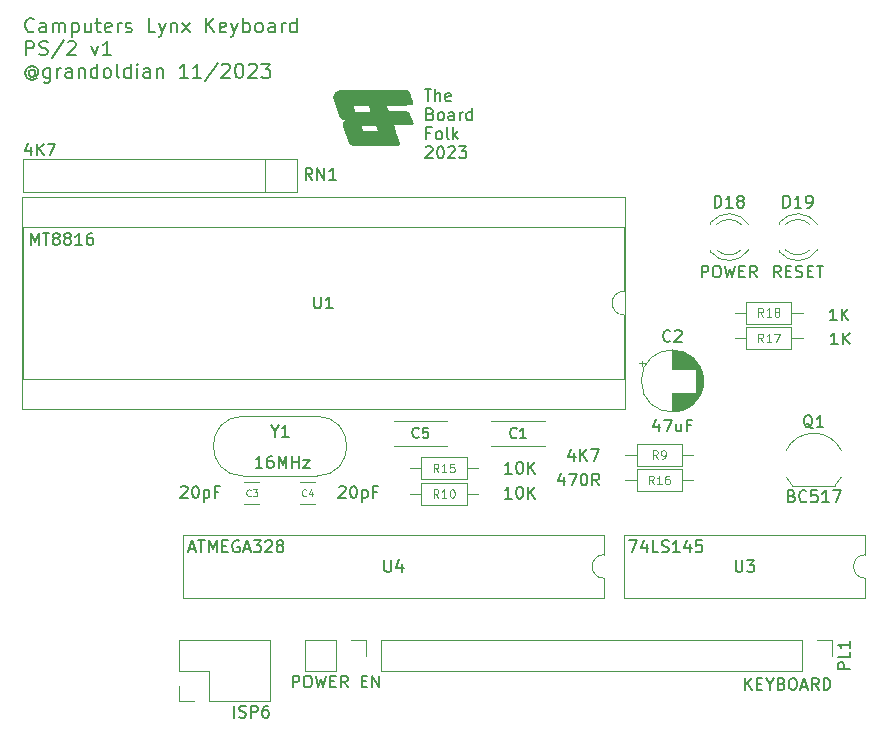
<source format=gbr>
%TF.GenerationSoftware,KiCad,Pcbnew,7.0.7*%
%TF.CreationDate,2023-11-28T10:30:52+00:00*%
%TF.ProjectId,Lynx-PS2,4c796e78-2d50-4533-922e-6b696361645f,rev?*%
%TF.SameCoordinates,Original*%
%TF.FileFunction,Legend,Top*%
%TF.FilePolarity,Positive*%
%FSLAX46Y46*%
G04 Gerber Fmt 4.6, Leading zero omitted, Abs format (unit mm)*
G04 Created by KiCad (PCBNEW 7.0.7) date 2023-11-28 10:30:52*
%MOMM*%
%LPD*%
G01*
G04 APERTURE LIST*
%ADD10C,0.150000*%
%ADD11C,0.090000*%
%ADD12C,0.108000*%
%ADD13C,0.129000*%
%ADD14C,0.120000*%
G04 APERTURE END LIST*
D10*
X38250112Y-63167057D02*
X38192969Y-63224200D01*
X38192969Y-63224200D02*
X38021541Y-63281342D01*
X38021541Y-63281342D02*
X37907255Y-63281342D01*
X37907255Y-63281342D02*
X37735826Y-63224200D01*
X37735826Y-63224200D02*
X37621541Y-63109914D01*
X37621541Y-63109914D02*
X37564398Y-62995628D01*
X37564398Y-62995628D02*
X37507255Y-62767057D01*
X37507255Y-62767057D02*
X37507255Y-62595628D01*
X37507255Y-62595628D02*
X37564398Y-62367057D01*
X37564398Y-62367057D02*
X37621541Y-62252771D01*
X37621541Y-62252771D02*
X37735826Y-62138485D01*
X37735826Y-62138485D02*
X37907255Y-62081342D01*
X37907255Y-62081342D02*
X38021541Y-62081342D01*
X38021541Y-62081342D02*
X38192969Y-62138485D01*
X38192969Y-62138485D02*
X38250112Y-62195628D01*
X39278684Y-63281342D02*
X39278684Y-62652771D01*
X39278684Y-62652771D02*
X39221541Y-62538485D01*
X39221541Y-62538485D02*
X39107255Y-62481342D01*
X39107255Y-62481342D02*
X38878684Y-62481342D01*
X38878684Y-62481342D02*
X38764398Y-62538485D01*
X39278684Y-63224200D02*
X39164398Y-63281342D01*
X39164398Y-63281342D02*
X38878684Y-63281342D01*
X38878684Y-63281342D02*
X38764398Y-63224200D01*
X38764398Y-63224200D02*
X38707255Y-63109914D01*
X38707255Y-63109914D02*
X38707255Y-62995628D01*
X38707255Y-62995628D02*
X38764398Y-62881342D01*
X38764398Y-62881342D02*
X38878684Y-62824200D01*
X38878684Y-62824200D02*
X39164398Y-62824200D01*
X39164398Y-62824200D02*
X39278684Y-62767057D01*
X39850112Y-63281342D02*
X39850112Y-62481342D01*
X39850112Y-62595628D02*
X39907255Y-62538485D01*
X39907255Y-62538485D02*
X40021540Y-62481342D01*
X40021540Y-62481342D02*
X40192969Y-62481342D01*
X40192969Y-62481342D02*
X40307255Y-62538485D01*
X40307255Y-62538485D02*
X40364398Y-62652771D01*
X40364398Y-62652771D02*
X40364398Y-63281342D01*
X40364398Y-62652771D02*
X40421540Y-62538485D01*
X40421540Y-62538485D02*
X40535826Y-62481342D01*
X40535826Y-62481342D02*
X40707255Y-62481342D01*
X40707255Y-62481342D02*
X40821540Y-62538485D01*
X40821540Y-62538485D02*
X40878683Y-62652771D01*
X40878683Y-62652771D02*
X40878683Y-63281342D01*
X41450112Y-62481342D02*
X41450112Y-63681342D01*
X41450112Y-62538485D02*
X41564398Y-62481342D01*
X41564398Y-62481342D02*
X41792969Y-62481342D01*
X41792969Y-62481342D02*
X41907255Y-62538485D01*
X41907255Y-62538485D02*
X41964398Y-62595628D01*
X41964398Y-62595628D02*
X42021540Y-62709914D01*
X42021540Y-62709914D02*
X42021540Y-63052771D01*
X42021540Y-63052771D02*
X41964398Y-63167057D01*
X41964398Y-63167057D02*
X41907255Y-63224200D01*
X41907255Y-63224200D02*
X41792969Y-63281342D01*
X41792969Y-63281342D02*
X41564398Y-63281342D01*
X41564398Y-63281342D02*
X41450112Y-63224200D01*
X43050112Y-62481342D02*
X43050112Y-63281342D01*
X42535826Y-62481342D02*
X42535826Y-63109914D01*
X42535826Y-63109914D02*
X42592969Y-63224200D01*
X42592969Y-63224200D02*
X42707254Y-63281342D01*
X42707254Y-63281342D02*
X42878683Y-63281342D01*
X42878683Y-63281342D02*
X42992969Y-63224200D01*
X42992969Y-63224200D02*
X43050112Y-63167057D01*
X43450111Y-62481342D02*
X43907254Y-62481342D01*
X43621540Y-62081342D02*
X43621540Y-63109914D01*
X43621540Y-63109914D02*
X43678683Y-63224200D01*
X43678683Y-63224200D02*
X43792968Y-63281342D01*
X43792968Y-63281342D02*
X43907254Y-63281342D01*
X44764397Y-63224200D02*
X44650111Y-63281342D01*
X44650111Y-63281342D02*
X44421540Y-63281342D01*
X44421540Y-63281342D02*
X44307254Y-63224200D01*
X44307254Y-63224200D02*
X44250111Y-63109914D01*
X44250111Y-63109914D02*
X44250111Y-62652771D01*
X44250111Y-62652771D02*
X44307254Y-62538485D01*
X44307254Y-62538485D02*
X44421540Y-62481342D01*
X44421540Y-62481342D02*
X44650111Y-62481342D01*
X44650111Y-62481342D02*
X44764397Y-62538485D01*
X44764397Y-62538485D02*
X44821540Y-62652771D01*
X44821540Y-62652771D02*
X44821540Y-62767057D01*
X44821540Y-62767057D02*
X44250111Y-62881342D01*
X45335825Y-63281342D02*
X45335825Y-62481342D01*
X45335825Y-62709914D02*
X45392968Y-62595628D01*
X45392968Y-62595628D02*
X45450111Y-62538485D01*
X45450111Y-62538485D02*
X45564396Y-62481342D01*
X45564396Y-62481342D02*
X45678682Y-62481342D01*
X46021539Y-63224200D02*
X46135825Y-63281342D01*
X46135825Y-63281342D02*
X46364396Y-63281342D01*
X46364396Y-63281342D02*
X46478682Y-63224200D01*
X46478682Y-63224200D02*
X46535825Y-63109914D01*
X46535825Y-63109914D02*
X46535825Y-63052771D01*
X46535825Y-63052771D02*
X46478682Y-62938485D01*
X46478682Y-62938485D02*
X46364396Y-62881342D01*
X46364396Y-62881342D02*
X46192968Y-62881342D01*
X46192968Y-62881342D02*
X46078682Y-62824200D01*
X46078682Y-62824200D02*
X46021539Y-62709914D01*
X46021539Y-62709914D02*
X46021539Y-62652771D01*
X46021539Y-62652771D02*
X46078682Y-62538485D01*
X46078682Y-62538485D02*
X46192968Y-62481342D01*
X46192968Y-62481342D02*
X46364396Y-62481342D01*
X46364396Y-62481342D02*
X46478682Y-62538485D01*
X48535825Y-63281342D02*
X47964397Y-63281342D01*
X47964397Y-63281342D02*
X47964397Y-62081342D01*
X48821540Y-62481342D02*
X49107254Y-63281342D01*
X49392969Y-62481342D02*
X49107254Y-63281342D01*
X49107254Y-63281342D02*
X48992969Y-63567057D01*
X48992969Y-63567057D02*
X48935826Y-63624200D01*
X48935826Y-63624200D02*
X48821540Y-63681342D01*
X49850112Y-62481342D02*
X49850112Y-63281342D01*
X49850112Y-62595628D02*
X49907255Y-62538485D01*
X49907255Y-62538485D02*
X50021540Y-62481342D01*
X50021540Y-62481342D02*
X50192969Y-62481342D01*
X50192969Y-62481342D02*
X50307255Y-62538485D01*
X50307255Y-62538485D02*
X50364398Y-62652771D01*
X50364398Y-62652771D02*
X50364398Y-63281342D01*
X50821540Y-63281342D02*
X51450112Y-62481342D01*
X50821540Y-62481342D02*
X51450112Y-63281342D01*
X52821541Y-63281342D02*
X52821541Y-62081342D01*
X53507255Y-63281342D02*
X52992969Y-62595628D01*
X53507255Y-62081342D02*
X52821541Y-62767057D01*
X54478684Y-63224200D02*
X54364398Y-63281342D01*
X54364398Y-63281342D02*
X54135827Y-63281342D01*
X54135827Y-63281342D02*
X54021541Y-63224200D01*
X54021541Y-63224200D02*
X53964398Y-63109914D01*
X53964398Y-63109914D02*
X53964398Y-62652771D01*
X53964398Y-62652771D02*
X54021541Y-62538485D01*
X54021541Y-62538485D02*
X54135827Y-62481342D01*
X54135827Y-62481342D02*
X54364398Y-62481342D01*
X54364398Y-62481342D02*
X54478684Y-62538485D01*
X54478684Y-62538485D02*
X54535827Y-62652771D01*
X54535827Y-62652771D02*
X54535827Y-62767057D01*
X54535827Y-62767057D02*
X53964398Y-62881342D01*
X54935826Y-62481342D02*
X55221540Y-63281342D01*
X55507255Y-62481342D02*
X55221540Y-63281342D01*
X55221540Y-63281342D02*
X55107255Y-63567057D01*
X55107255Y-63567057D02*
X55050112Y-63624200D01*
X55050112Y-63624200D02*
X54935826Y-63681342D01*
X55964398Y-63281342D02*
X55964398Y-62081342D01*
X55964398Y-62538485D02*
X56078684Y-62481342D01*
X56078684Y-62481342D02*
X56307255Y-62481342D01*
X56307255Y-62481342D02*
X56421541Y-62538485D01*
X56421541Y-62538485D02*
X56478684Y-62595628D01*
X56478684Y-62595628D02*
X56535826Y-62709914D01*
X56535826Y-62709914D02*
X56535826Y-63052771D01*
X56535826Y-63052771D02*
X56478684Y-63167057D01*
X56478684Y-63167057D02*
X56421541Y-63224200D01*
X56421541Y-63224200D02*
X56307255Y-63281342D01*
X56307255Y-63281342D02*
X56078684Y-63281342D01*
X56078684Y-63281342D02*
X55964398Y-63224200D01*
X57221540Y-63281342D02*
X57107255Y-63224200D01*
X57107255Y-63224200D02*
X57050112Y-63167057D01*
X57050112Y-63167057D02*
X56992969Y-63052771D01*
X56992969Y-63052771D02*
X56992969Y-62709914D01*
X56992969Y-62709914D02*
X57050112Y-62595628D01*
X57050112Y-62595628D02*
X57107255Y-62538485D01*
X57107255Y-62538485D02*
X57221540Y-62481342D01*
X57221540Y-62481342D02*
X57392969Y-62481342D01*
X57392969Y-62481342D02*
X57507255Y-62538485D01*
X57507255Y-62538485D02*
X57564398Y-62595628D01*
X57564398Y-62595628D02*
X57621540Y-62709914D01*
X57621540Y-62709914D02*
X57621540Y-63052771D01*
X57621540Y-63052771D02*
X57564398Y-63167057D01*
X57564398Y-63167057D02*
X57507255Y-63224200D01*
X57507255Y-63224200D02*
X57392969Y-63281342D01*
X57392969Y-63281342D02*
X57221540Y-63281342D01*
X58650112Y-63281342D02*
X58650112Y-62652771D01*
X58650112Y-62652771D02*
X58592969Y-62538485D01*
X58592969Y-62538485D02*
X58478683Y-62481342D01*
X58478683Y-62481342D02*
X58250112Y-62481342D01*
X58250112Y-62481342D02*
X58135826Y-62538485D01*
X58650112Y-63224200D02*
X58535826Y-63281342D01*
X58535826Y-63281342D02*
X58250112Y-63281342D01*
X58250112Y-63281342D02*
X58135826Y-63224200D01*
X58135826Y-63224200D02*
X58078683Y-63109914D01*
X58078683Y-63109914D02*
X58078683Y-62995628D01*
X58078683Y-62995628D02*
X58135826Y-62881342D01*
X58135826Y-62881342D02*
X58250112Y-62824200D01*
X58250112Y-62824200D02*
X58535826Y-62824200D01*
X58535826Y-62824200D02*
X58650112Y-62767057D01*
X59221540Y-63281342D02*
X59221540Y-62481342D01*
X59221540Y-62709914D02*
X59278683Y-62595628D01*
X59278683Y-62595628D02*
X59335826Y-62538485D01*
X59335826Y-62538485D02*
X59450111Y-62481342D01*
X59450111Y-62481342D02*
X59564397Y-62481342D01*
X60478683Y-63281342D02*
X60478683Y-62081342D01*
X60478683Y-63224200D02*
X60364397Y-63281342D01*
X60364397Y-63281342D02*
X60135825Y-63281342D01*
X60135825Y-63281342D02*
X60021540Y-63224200D01*
X60021540Y-63224200D02*
X59964397Y-63167057D01*
X59964397Y-63167057D02*
X59907254Y-63052771D01*
X59907254Y-63052771D02*
X59907254Y-62709914D01*
X59907254Y-62709914D02*
X59964397Y-62595628D01*
X59964397Y-62595628D02*
X60021540Y-62538485D01*
X60021540Y-62538485D02*
X60135825Y-62481342D01*
X60135825Y-62481342D02*
X60364397Y-62481342D01*
X60364397Y-62481342D02*
X60478683Y-62538485D01*
X37564398Y-65213342D02*
X37564398Y-64013342D01*
X37564398Y-64013342D02*
X38021541Y-64013342D01*
X38021541Y-64013342D02*
X38135826Y-64070485D01*
X38135826Y-64070485D02*
X38192969Y-64127628D01*
X38192969Y-64127628D02*
X38250112Y-64241914D01*
X38250112Y-64241914D02*
X38250112Y-64413342D01*
X38250112Y-64413342D02*
X38192969Y-64527628D01*
X38192969Y-64527628D02*
X38135826Y-64584771D01*
X38135826Y-64584771D02*
X38021541Y-64641914D01*
X38021541Y-64641914D02*
X37564398Y-64641914D01*
X38707255Y-65156200D02*
X38878684Y-65213342D01*
X38878684Y-65213342D02*
X39164398Y-65213342D01*
X39164398Y-65213342D02*
X39278684Y-65156200D01*
X39278684Y-65156200D02*
X39335826Y-65099057D01*
X39335826Y-65099057D02*
X39392969Y-64984771D01*
X39392969Y-64984771D02*
X39392969Y-64870485D01*
X39392969Y-64870485D02*
X39335826Y-64756200D01*
X39335826Y-64756200D02*
X39278684Y-64699057D01*
X39278684Y-64699057D02*
X39164398Y-64641914D01*
X39164398Y-64641914D02*
X38935826Y-64584771D01*
X38935826Y-64584771D02*
X38821541Y-64527628D01*
X38821541Y-64527628D02*
X38764398Y-64470485D01*
X38764398Y-64470485D02*
X38707255Y-64356200D01*
X38707255Y-64356200D02*
X38707255Y-64241914D01*
X38707255Y-64241914D02*
X38764398Y-64127628D01*
X38764398Y-64127628D02*
X38821541Y-64070485D01*
X38821541Y-64070485D02*
X38935826Y-64013342D01*
X38935826Y-64013342D02*
X39221541Y-64013342D01*
X39221541Y-64013342D02*
X39392969Y-64070485D01*
X40764398Y-63956200D02*
X39735826Y-65499057D01*
X41107255Y-64127628D02*
X41164398Y-64070485D01*
X41164398Y-64070485D02*
X41278684Y-64013342D01*
X41278684Y-64013342D02*
X41564398Y-64013342D01*
X41564398Y-64013342D02*
X41678684Y-64070485D01*
X41678684Y-64070485D02*
X41735826Y-64127628D01*
X41735826Y-64127628D02*
X41792969Y-64241914D01*
X41792969Y-64241914D02*
X41792969Y-64356200D01*
X41792969Y-64356200D02*
X41735826Y-64527628D01*
X41735826Y-64527628D02*
X41050112Y-65213342D01*
X41050112Y-65213342D02*
X41792969Y-65213342D01*
X43107255Y-64413342D02*
X43392969Y-65213342D01*
X43392969Y-65213342D02*
X43678684Y-64413342D01*
X44764398Y-65213342D02*
X44078684Y-65213342D01*
X44421541Y-65213342D02*
X44421541Y-64013342D01*
X44421541Y-64013342D02*
X44307255Y-64184771D01*
X44307255Y-64184771D02*
X44192970Y-64299057D01*
X44192970Y-64299057D02*
X44078684Y-64356200D01*
X38307255Y-66573914D02*
X38250112Y-66516771D01*
X38250112Y-66516771D02*
X38135826Y-66459628D01*
X38135826Y-66459628D02*
X38021541Y-66459628D01*
X38021541Y-66459628D02*
X37907255Y-66516771D01*
X37907255Y-66516771D02*
X37850112Y-66573914D01*
X37850112Y-66573914D02*
X37792969Y-66688200D01*
X37792969Y-66688200D02*
X37792969Y-66802485D01*
X37792969Y-66802485D02*
X37850112Y-66916771D01*
X37850112Y-66916771D02*
X37907255Y-66973914D01*
X37907255Y-66973914D02*
X38021541Y-67031057D01*
X38021541Y-67031057D02*
X38135826Y-67031057D01*
X38135826Y-67031057D02*
X38250112Y-66973914D01*
X38250112Y-66973914D02*
X38307255Y-66916771D01*
X38307255Y-66459628D02*
X38307255Y-66916771D01*
X38307255Y-66916771D02*
X38364398Y-66973914D01*
X38364398Y-66973914D02*
X38421541Y-66973914D01*
X38421541Y-66973914D02*
X38535826Y-66916771D01*
X38535826Y-66916771D02*
X38592969Y-66802485D01*
X38592969Y-66802485D02*
X38592969Y-66516771D01*
X38592969Y-66516771D02*
X38478684Y-66345342D01*
X38478684Y-66345342D02*
X38307255Y-66231057D01*
X38307255Y-66231057D02*
X38078684Y-66173914D01*
X38078684Y-66173914D02*
X37850112Y-66231057D01*
X37850112Y-66231057D02*
X37678684Y-66345342D01*
X37678684Y-66345342D02*
X37564398Y-66516771D01*
X37564398Y-66516771D02*
X37507255Y-66745342D01*
X37507255Y-66745342D02*
X37564398Y-66973914D01*
X37564398Y-66973914D02*
X37678684Y-67145342D01*
X37678684Y-67145342D02*
X37850112Y-67259628D01*
X37850112Y-67259628D02*
X38078684Y-67316771D01*
X38078684Y-67316771D02*
X38307255Y-67259628D01*
X38307255Y-67259628D02*
X38478684Y-67145342D01*
X39621541Y-66345342D02*
X39621541Y-67316771D01*
X39621541Y-67316771D02*
X39564398Y-67431057D01*
X39564398Y-67431057D02*
X39507255Y-67488200D01*
X39507255Y-67488200D02*
X39392969Y-67545342D01*
X39392969Y-67545342D02*
X39221541Y-67545342D01*
X39221541Y-67545342D02*
X39107255Y-67488200D01*
X39621541Y-67088200D02*
X39507255Y-67145342D01*
X39507255Y-67145342D02*
X39278683Y-67145342D01*
X39278683Y-67145342D02*
X39164398Y-67088200D01*
X39164398Y-67088200D02*
X39107255Y-67031057D01*
X39107255Y-67031057D02*
X39050112Y-66916771D01*
X39050112Y-66916771D02*
X39050112Y-66573914D01*
X39050112Y-66573914D02*
X39107255Y-66459628D01*
X39107255Y-66459628D02*
X39164398Y-66402485D01*
X39164398Y-66402485D02*
X39278683Y-66345342D01*
X39278683Y-66345342D02*
X39507255Y-66345342D01*
X39507255Y-66345342D02*
X39621541Y-66402485D01*
X40192969Y-67145342D02*
X40192969Y-66345342D01*
X40192969Y-66573914D02*
X40250112Y-66459628D01*
X40250112Y-66459628D02*
X40307255Y-66402485D01*
X40307255Y-66402485D02*
X40421540Y-66345342D01*
X40421540Y-66345342D02*
X40535826Y-66345342D01*
X41450112Y-67145342D02*
X41450112Y-66516771D01*
X41450112Y-66516771D02*
X41392969Y-66402485D01*
X41392969Y-66402485D02*
X41278683Y-66345342D01*
X41278683Y-66345342D02*
X41050112Y-66345342D01*
X41050112Y-66345342D02*
X40935826Y-66402485D01*
X41450112Y-67088200D02*
X41335826Y-67145342D01*
X41335826Y-67145342D02*
X41050112Y-67145342D01*
X41050112Y-67145342D02*
X40935826Y-67088200D01*
X40935826Y-67088200D02*
X40878683Y-66973914D01*
X40878683Y-66973914D02*
X40878683Y-66859628D01*
X40878683Y-66859628D02*
X40935826Y-66745342D01*
X40935826Y-66745342D02*
X41050112Y-66688200D01*
X41050112Y-66688200D02*
X41335826Y-66688200D01*
X41335826Y-66688200D02*
X41450112Y-66631057D01*
X42021540Y-66345342D02*
X42021540Y-67145342D01*
X42021540Y-66459628D02*
X42078683Y-66402485D01*
X42078683Y-66402485D02*
X42192968Y-66345342D01*
X42192968Y-66345342D02*
X42364397Y-66345342D01*
X42364397Y-66345342D02*
X42478683Y-66402485D01*
X42478683Y-66402485D02*
X42535826Y-66516771D01*
X42535826Y-66516771D02*
X42535826Y-67145342D01*
X43621540Y-67145342D02*
X43621540Y-65945342D01*
X43621540Y-67088200D02*
X43507254Y-67145342D01*
X43507254Y-67145342D02*
X43278682Y-67145342D01*
X43278682Y-67145342D02*
X43164397Y-67088200D01*
X43164397Y-67088200D02*
X43107254Y-67031057D01*
X43107254Y-67031057D02*
X43050111Y-66916771D01*
X43050111Y-66916771D02*
X43050111Y-66573914D01*
X43050111Y-66573914D02*
X43107254Y-66459628D01*
X43107254Y-66459628D02*
X43164397Y-66402485D01*
X43164397Y-66402485D02*
X43278682Y-66345342D01*
X43278682Y-66345342D02*
X43507254Y-66345342D01*
X43507254Y-66345342D02*
X43621540Y-66402485D01*
X44364396Y-67145342D02*
X44250111Y-67088200D01*
X44250111Y-67088200D02*
X44192968Y-67031057D01*
X44192968Y-67031057D02*
X44135825Y-66916771D01*
X44135825Y-66916771D02*
X44135825Y-66573914D01*
X44135825Y-66573914D02*
X44192968Y-66459628D01*
X44192968Y-66459628D02*
X44250111Y-66402485D01*
X44250111Y-66402485D02*
X44364396Y-66345342D01*
X44364396Y-66345342D02*
X44535825Y-66345342D01*
X44535825Y-66345342D02*
X44650111Y-66402485D01*
X44650111Y-66402485D02*
X44707254Y-66459628D01*
X44707254Y-66459628D02*
X44764396Y-66573914D01*
X44764396Y-66573914D02*
X44764396Y-66916771D01*
X44764396Y-66916771D02*
X44707254Y-67031057D01*
X44707254Y-67031057D02*
X44650111Y-67088200D01*
X44650111Y-67088200D02*
X44535825Y-67145342D01*
X44535825Y-67145342D02*
X44364396Y-67145342D01*
X45450110Y-67145342D02*
X45335825Y-67088200D01*
X45335825Y-67088200D02*
X45278682Y-66973914D01*
X45278682Y-66973914D02*
X45278682Y-65945342D01*
X46421539Y-67145342D02*
X46421539Y-65945342D01*
X46421539Y-67088200D02*
X46307253Y-67145342D01*
X46307253Y-67145342D02*
X46078681Y-67145342D01*
X46078681Y-67145342D02*
X45964396Y-67088200D01*
X45964396Y-67088200D02*
X45907253Y-67031057D01*
X45907253Y-67031057D02*
X45850110Y-66916771D01*
X45850110Y-66916771D02*
X45850110Y-66573914D01*
X45850110Y-66573914D02*
X45907253Y-66459628D01*
X45907253Y-66459628D02*
X45964396Y-66402485D01*
X45964396Y-66402485D02*
X46078681Y-66345342D01*
X46078681Y-66345342D02*
X46307253Y-66345342D01*
X46307253Y-66345342D02*
X46421539Y-66402485D01*
X46992967Y-67145342D02*
X46992967Y-66345342D01*
X46992967Y-65945342D02*
X46935824Y-66002485D01*
X46935824Y-66002485D02*
X46992967Y-66059628D01*
X46992967Y-66059628D02*
X47050110Y-66002485D01*
X47050110Y-66002485D02*
X46992967Y-65945342D01*
X46992967Y-65945342D02*
X46992967Y-66059628D01*
X48078682Y-67145342D02*
X48078682Y-66516771D01*
X48078682Y-66516771D02*
X48021539Y-66402485D01*
X48021539Y-66402485D02*
X47907253Y-66345342D01*
X47907253Y-66345342D02*
X47678682Y-66345342D01*
X47678682Y-66345342D02*
X47564396Y-66402485D01*
X48078682Y-67088200D02*
X47964396Y-67145342D01*
X47964396Y-67145342D02*
X47678682Y-67145342D01*
X47678682Y-67145342D02*
X47564396Y-67088200D01*
X47564396Y-67088200D02*
X47507253Y-66973914D01*
X47507253Y-66973914D02*
X47507253Y-66859628D01*
X47507253Y-66859628D02*
X47564396Y-66745342D01*
X47564396Y-66745342D02*
X47678682Y-66688200D01*
X47678682Y-66688200D02*
X47964396Y-66688200D01*
X47964396Y-66688200D02*
X48078682Y-66631057D01*
X48650110Y-66345342D02*
X48650110Y-67145342D01*
X48650110Y-66459628D02*
X48707253Y-66402485D01*
X48707253Y-66402485D02*
X48821538Y-66345342D01*
X48821538Y-66345342D02*
X48992967Y-66345342D01*
X48992967Y-66345342D02*
X49107253Y-66402485D01*
X49107253Y-66402485D02*
X49164396Y-66516771D01*
X49164396Y-66516771D02*
X49164396Y-67145342D01*
X51278681Y-67145342D02*
X50592967Y-67145342D01*
X50935824Y-67145342D02*
X50935824Y-65945342D01*
X50935824Y-65945342D02*
X50821538Y-66116771D01*
X50821538Y-66116771D02*
X50707253Y-66231057D01*
X50707253Y-66231057D02*
X50592967Y-66288200D01*
X52421538Y-67145342D02*
X51735824Y-67145342D01*
X52078681Y-67145342D02*
X52078681Y-65945342D01*
X52078681Y-65945342D02*
X51964395Y-66116771D01*
X51964395Y-66116771D02*
X51850110Y-66231057D01*
X51850110Y-66231057D02*
X51735824Y-66288200D01*
X53792967Y-65888200D02*
X52764395Y-67431057D01*
X54135824Y-66059628D02*
X54192967Y-66002485D01*
X54192967Y-66002485D02*
X54307253Y-65945342D01*
X54307253Y-65945342D02*
X54592967Y-65945342D01*
X54592967Y-65945342D02*
X54707253Y-66002485D01*
X54707253Y-66002485D02*
X54764395Y-66059628D01*
X54764395Y-66059628D02*
X54821538Y-66173914D01*
X54821538Y-66173914D02*
X54821538Y-66288200D01*
X54821538Y-66288200D02*
X54764395Y-66459628D01*
X54764395Y-66459628D02*
X54078681Y-67145342D01*
X54078681Y-67145342D02*
X54821538Y-67145342D01*
X55564395Y-65945342D02*
X55678681Y-65945342D01*
X55678681Y-65945342D02*
X55792967Y-66002485D01*
X55792967Y-66002485D02*
X55850110Y-66059628D01*
X55850110Y-66059628D02*
X55907252Y-66173914D01*
X55907252Y-66173914D02*
X55964395Y-66402485D01*
X55964395Y-66402485D02*
X55964395Y-66688200D01*
X55964395Y-66688200D02*
X55907252Y-66916771D01*
X55907252Y-66916771D02*
X55850110Y-67031057D01*
X55850110Y-67031057D02*
X55792967Y-67088200D01*
X55792967Y-67088200D02*
X55678681Y-67145342D01*
X55678681Y-67145342D02*
X55564395Y-67145342D01*
X55564395Y-67145342D02*
X55450110Y-67088200D01*
X55450110Y-67088200D02*
X55392967Y-67031057D01*
X55392967Y-67031057D02*
X55335824Y-66916771D01*
X55335824Y-66916771D02*
X55278681Y-66688200D01*
X55278681Y-66688200D02*
X55278681Y-66402485D01*
X55278681Y-66402485D02*
X55335824Y-66173914D01*
X55335824Y-66173914D02*
X55392967Y-66059628D01*
X55392967Y-66059628D02*
X55450110Y-66002485D01*
X55450110Y-66002485D02*
X55564395Y-65945342D01*
X56421538Y-66059628D02*
X56478681Y-66002485D01*
X56478681Y-66002485D02*
X56592967Y-65945342D01*
X56592967Y-65945342D02*
X56878681Y-65945342D01*
X56878681Y-65945342D02*
X56992967Y-66002485D01*
X56992967Y-66002485D02*
X57050109Y-66059628D01*
X57050109Y-66059628D02*
X57107252Y-66173914D01*
X57107252Y-66173914D02*
X57107252Y-66288200D01*
X57107252Y-66288200D02*
X57050109Y-66459628D01*
X57050109Y-66459628D02*
X56364395Y-67145342D01*
X56364395Y-67145342D02*
X57107252Y-67145342D01*
X57507252Y-65945342D02*
X58250109Y-65945342D01*
X58250109Y-65945342D02*
X57850109Y-66402485D01*
X57850109Y-66402485D02*
X58021538Y-66402485D01*
X58021538Y-66402485D02*
X58135824Y-66459628D01*
X58135824Y-66459628D02*
X58192966Y-66516771D01*
X58192966Y-66516771D02*
X58250109Y-66631057D01*
X58250109Y-66631057D02*
X58250109Y-66916771D01*
X58250109Y-66916771D02*
X58192966Y-67031057D01*
X58192966Y-67031057D02*
X58135824Y-67088200D01*
X58135824Y-67088200D02*
X58021538Y-67145342D01*
X58021538Y-67145342D02*
X57678681Y-67145342D01*
X57678681Y-67145342D02*
X57564395Y-67088200D01*
X57564395Y-67088200D02*
X57507252Y-67031057D01*
X71323922Y-68109819D02*
X71895350Y-68109819D01*
X71609636Y-69109819D02*
X71609636Y-68109819D01*
X72228684Y-69109819D02*
X72228684Y-68109819D01*
X72657255Y-69109819D02*
X72657255Y-68586009D01*
X72657255Y-68586009D02*
X72609636Y-68490771D01*
X72609636Y-68490771D02*
X72514398Y-68443152D01*
X72514398Y-68443152D02*
X72371541Y-68443152D01*
X72371541Y-68443152D02*
X72276303Y-68490771D01*
X72276303Y-68490771D02*
X72228684Y-68538390D01*
X73514398Y-69062200D02*
X73419160Y-69109819D01*
X73419160Y-69109819D02*
X73228684Y-69109819D01*
X73228684Y-69109819D02*
X73133446Y-69062200D01*
X73133446Y-69062200D02*
X73085827Y-68966961D01*
X73085827Y-68966961D02*
X73085827Y-68586009D01*
X73085827Y-68586009D02*
X73133446Y-68490771D01*
X73133446Y-68490771D02*
X73228684Y-68443152D01*
X73228684Y-68443152D02*
X73419160Y-68443152D01*
X73419160Y-68443152D02*
X73514398Y-68490771D01*
X73514398Y-68490771D02*
X73562017Y-68586009D01*
X73562017Y-68586009D02*
X73562017Y-68681247D01*
X73562017Y-68681247D02*
X73085827Y-68776485D01*
X71800112Y-70196009D02*
X71942969Y-70243628D01*
X71942969Y-70243628D02*
X71990588Y-70291247D01*
X71990588Y-70291247D02*
X72038207Y-70386485D01*
X72038207Y-70386485D02*
X72038207Y-70529342D01*
X72038207Y-70529342D02*
X71990588Y-70624580D01*
X71990588Y-70624580D02*
X71942969Y-70672200D01*
X71942969Y-70672200D02*
X71847731Y-70719819D01*
X71847731Y-70719819D02*
X71466779Y-70719819D01*
X71466779Y-70719819D02*
X71466779Y-69719819D01*
X71466779Y-69719819D02*
X71800112Y-69719819D01*
X71800112Y-69719819D02*
X71895350Y-69767438D01*
X71895350Y-69767438D02*
X71942969Y-69815057D01*
X71942969Y-69815057D02*
X71990588Y-69910295D01*
X71990588Y-69910295D02*
X71990588Y-70005533D01*
X71990588Y-70005533D02*
X71942969Y-70100771D01*
X71942969Y-70100771D02*
X71895350Y-70148390D01*
X71895350Y-70148390D02*
X71800112Y-70196009D01*
X71800112Y-70196009D02*
X71466779Y-70196009D01*
X72609636Y-70719819D02*
X72514398Y-70672200D01*
X72514398Y-70672200D02*
X72466779Y-70624580D01*
X72466779Y-70624580D02*
X72419160Y-70529342D01*
X72419160Y-70529342D02*
X72419160Y-70243628D01*
X72419160Y-70243628D02*
X72466779Y-70148390D01*
X72466779Y-70148390D02*
X72514398Y-70100771D01*
X72514398Y-70100771D02*
X72609636Y-70053152D01*
X72609636Y-70053152D02*
X72752493Y-70053152D01*
X72752493Y-70053152D02*
X72847731Y-70100771D01*
X72847731Y-70100771D02*
X72895350Y-70148390D01*
X72895350Y-70148390D02*
X72942969Y-70243628D01*
X72942969Y-70243628D02*
X72942969Y-70529342D01*
X72942969Y-70529342D02*
X72895350Y-70624580D01*
X72895350Y-70624580D02*
X72847731Y-70672200D01*
X72847731Y-70672200D02*
X72752493Y-70719819D01*
X72752493Y-70719819D02*
X72609636Y-70719819D01*
X73800112Y-70719819D02*
X73800112Y-70196009D01*
X73800112Y-70196009D02*
X73752493Y-70100771D01*
X73752493Y-70100771D02*
X73657255Y-70053152D01*
X73657255Y-70053152D02*
X73466779Y-70053152D01*
X73466779Y-70053152D02*
X73371541Y-70100771D01*
X73800112Y-70672200D02*
X73704874Y-70719819D01*
X73704874Y-70719819D02*
X73466779Y-70719819D01*
X73466779Y-70719819D02*
X73371541Y-70672200D01*
X73371541Y-70672200D02*
X73323922Y-70576961D01*
X73323922Y-70576961D02*
X73323922Y-70481723D01*
X73323922Y-70481723D02*
X73371541Y-70386485D01*
X73371541Y-70386485D02*
X73466779Y-70338866D01*
X73466779Y-70338866D02*
X73704874Y-70338866D01*
X73704874Y-70338866D02*
X73800112Y-70291247D01*
X74276303Y-70719819D02*
X74276303Y-70053152D01*
X74276303Y-70243628D02*
X74323922Y-70148390D01*
X74323922Y-70148390D02*
X74371541Y-70100771D01*
X74371541Y-70100771D02*
X74466779Y-70053152D01*
X74466779Y-70053152D02*
X74562017Y-70053152D01*
X75323922Y-70719819D02*
X75323922Y-69719819D01*
X75323922Y-70672200D02*
X75228684Y-70719819D01*
X75228684Y-70719819D02*
X75038208Y-70719819D01*
X75038208Y-70719819D02*
X74942970Y-70672200D01*
X74942970Y-70672200D02*
X74895351Y-70624580D01*
X74895351Y-70624580D02*
X74847732Y-70529342D01*
X74847732Y-70529342D02*
X74847732Y-70243628D01*
X74847732Y-70243628D02*
X74895351Y-70148390D01*
X74895351Y-70148390D02*
X74942970Y-70100771D01*
X74942970Y-70100771D02*
X75038208Y-70053152D01*
X75038208Y-70053152D02*
X75228684Y-70053152D01*
X75228684Y-70053152D02*
X75323922Y-70100771D01*
X71800112Y-71806009D02*
X71466779Y-71806009D01*
X71466779Y-72329819D02*
X71466779Y-71329819D01*
X71466779Y-71329819D02*
X71942969Y-71329819D01*
X72466779Y-72329819D02*
X72371541Y-72282200D01*
X72371541Y-72282200D02*
X72323922Y-72234580D01*
X72323922Y-72234580D02*
X72276303Y-72139342D01*
X72276303Y-72139342D02*
X72276303Y-71853628D01*
X72276303Y-71853628D02*
X72323922Y-71758390D01*
X72323922Y-71758390D02*
X72371541Y-71710771D01*
X72371541Y-71710771D02*
X72466779Y-71663152D01*
X72466779Y-71663152D02*
X72609636Y-71663152D01*
X72609636Y-71663152D02*
X72704874Y-71710771D01*
X72704874Y-71710771D02*
X72752493Y-71758390D01*
X72752493Y-71758390D02*
X72800112Y-71853628D01*
X72800112Y-71853628D02*
X72800112Y-72139342D01*
X72800112Y-72139342D02*
X72752493Y-72234580D01*
X72752493Y-72234580D02*
X72704874Y-72282200D01*
X72704874Y-72282200D02*
X72609636Y-72329819D01*
X72609636Y-72329819D02*
X72466779Y-72329819D01*
X73371541Y-72329819D02*
X73276303Y-72282200D01*
X73276303Y-72282200D02*
X73228684Y-72186961D01*
X73228684Y-72186961D02*
X73228684Y-71329819D01*
X73752494Y-72329819D02*
X73752494Y-71329819D01*
X73847732Y-71948866D02*
X74133446Y-72329819D01*
X74133446Y-71663152D02*
X73752494Y-72044104D01*
X71419160Y-73035057D02*
X71466779Y-72987438D01*
X71466779Y-72987438D02*
X71562017Y-72939819D01*
X71562017Y-72939819D02*
X71800112Y-72939819D01*
X71800112Y-72939819D02*
X71895350Y-72987438D01*
X71895350Y-72987438D02*
X71942969Y-73035057D01*
X71942969Y-73035057D02*
X71990588Y-73130295D01*
X71990588Y-73130295D02*
X71990588Y-73225533D01*
X71990588Y-73225533D02*
X71942969Y-73368390D01*
X71942969Y-73368390D02*
X71371541Y-73939819D01*
X71371541Y-73939819D02*
X71990588Y-73939819D01*
X72609636Y-72939819D02*
X72704874Y-72939819D01*
X72704874Y-72939819D02*
X72800112Y-72987438D01*
X72800112Y-72987438D02*
X72847731Y-73035057D01*
X72847731Y-73035057D02*
X72895350Y-73130295D01*
X72895350Y-73130295D02*
X72942969Y-73320771D01*
X72942969Y-73320771D02*
X72942969Y-73558866D01*
X72942969Y-73558866D02*
X72895350Y-73749342D01*
X72895350Y-73749342D02*
X72847731Y-73844580D01*
X72847731Y-73844580D02*
X72800112Y-73892200D01*
X72800112Y-73892200D02*
X72704874Y-73939819D01*
X72704874Y-73939819D02*
X72609636Y-73939819D01*
X72609636Y-73939819D02*
X72514398Y-73892200D01*
X72514398Y-73892200D02*
X72466779Y-73844580D01*
X72466779Y-73844580D02*
X72419160Y-73749342D01*
X72419160Y-73749342D02*
X72371541Y-73558866D01*
X72371541Y-73558866D02*
X72371541Y-73320771D01*
X72371541Y-73320771D02*
X72419160Y-73130295D01*
X72419160Y-73130295D02*
X72466779Y-73035057D01*
X72466779Y-73035057D02*
X72514398Y-72987438D01*
X72514398Y-72987438D02*
X72609636Y-72939819D01*
X73323922Y-73035057D02*
X73371541Y-72987438D01*
X73371541Y-72987438D02*
X73466779Y-72939819D01*
X73466779Y-72939819D02*
X73704874Y-72939819D01*
X73704874Y-72939819D02*
X73800112Y-72987438D01*
X73800112Y-72987438D02*
X73847731Y-73035057D01*
X73847731Y-73035057D02*
X73895350Y-73130295D01*
X73895350Y-73130295D02*
X73895350Y-73225533D01*
X73895350Y-73225533D02*
X73847731Y-73368390D01*
X73847731Y-73368390D02*
X73276303Y-73939819D01*
X73276303Y-73939819D02*
X73895350Y-73939819D01*
X74228684Y-72939819D02*
X74847731Y-72939819D01*
X74847731Y-72939819D02*
X74514398Y-73320771D01*
X74514398Y-73320771D02*
X74657255Y-73320771D01*
X74657255Y-73320771D02*
X74752493Y-73368390D01*
X74752493Y-73368390D02*
X74800112Y-73416009D01*
X74800112Y-73416009D02*
X74847731Y-73511247D01*
X74847731Y-73511247D02*
X74847731Y-73749342D01*
X74847731Y-73749342D02*
X74800112Y-73844580D01*
X74800112Y-73844580D02*
X74752493Y-73892200D01*
X74752493Y-73892200D02*
X74657255Y-73939819D01*
X74657255Y-73939819D02*
X74371541Y-73939819D01*
X74371541Y-73939819D02*
X74276303Y-73892200D01*
X74276303Y-73892200D02*
X74228684Y-73844580D01*
X64067143Y-101790057D02*
X64114762Y-101742438D01*
X64114762Y-101742438D02*
X64210000Y-101694819D01*
X64210000Y-101694819D02*
X64448095Y-101694819D01*
X64448095Y-101694819D02*
X64543333Y-101742438D01*
X64543333Y-101742438D02*
X64590952Y-101790057D01*
X64590952Y-101790057D02*
X64638571Y-101885295D01*
X64638571Y-101885295D02*
X64638571Y-101980533D01*
X64638571Y-101980533D02*
X64590952Y-102123390D01*
X64590952Y-102123390D02*
X64019524Y-102694819D01*
X64019524Y-102694819D02*
X64638571Y-102694819D01*
X65257619Y-101694819D02*
X65352857Y-101694819D01*
X65352857Y-101694819D02*
X65448095Y-101742438D01*
X65448095Y-101742438D02*
X65495714Y-101790057D01*
X65495714Y-101790057D02*
X65543333Y-101885295D01*
X65543333Y-101885295D02*
X65590952Y-102075771D01*
X65590952Y-102075771D02*
X65590952Y-102313866D01*
X65590952Y-102313866D02*
X65543333Y-102504342D01*
X65543333Y-102504342D02*
X65495714Y-102599580D01*
X65495714Y-102599580D02*
X65448095Y-102647200D01*
X65448095Y-102647200D02*
X65352857Y-102694819D01*
X65352857Y-102694819D02*
X65257619Y-102694819D01*
X65257619Y-102694819D02*
X65162381Y-102647200D01*
X65162381Y-102647200D02*
X65114762Y-102599580D01*
X65114762Y-102599580D02*
X65067143Y-102504342D01*
X65067143Y-102504342D02*
X65019524Y-102313866D01*
X65019524Y-102313866D02*
X65019524Y-102075771D01*
X65019524Y-102075771D02*
X65067143Y-101885295D01*
X65067143Y-101885295D02*
X65114762Y-101790057D01*
X65114762Y-101790057D02*
X65162381Y-101742438D01*
X65162381Y-101742438D02*
X65257619Y-101694819D01*
X66019524Y-102028152D02*
X66019524Y-103028152D01*
X66019524Y-102075771D02*
X66114762Y-102028152D01*
X66114762Y-102028152D02*
X66305238Y-102028152D01*
X66305238Y-102028152D02*
X66400476Y-102075771D01*
X66400476Y-102075771D02*
X66448095Y-102123390D01*
X66448095Y-102123390D02*
X66495714Y-102218628D01*
X66495714Y-102218628D02*
X66495714Y-102504342D01*
X66495714Y-102504342D02*
X66448095Y-102599580D01*
X66448095Y-102599580D02*
X66400476Y-102647200D01*
X66400476Y-102647200D02*
X66305238Y-102694819D01*
X66305238Y-102694819D02*
X66114762Y-102694819D01*
X66114762Y-102694819D02*
X66019524Y-102647200D01*
X67257619Y-102171009D02*
X66924286Y-102171009D01*
X66924286Y-102694819D02*
X66924286Y-101694819D01*
X66924286Y-101694819D02*
X67400476Y-101694819D01*
D11*
X61310000Y-102515748D02*
X61281428Y-102544320D01*
X61281428Y-102544320D02*
X61195714Y-102572891D01*
X61195714Y-102572891D02*
X61138571Y-102572891D01*
X61138571Y-102572891D02*
X61052857Y-102544320D01*
X61052857Y-102544320D02*
X60995714Y-102487177D01*
X60995714Y-102487177D02*
X60967143Y-102430034D01*
X60967143Y-102430034D02*
X60938571Y-102315748D01*
X60938571Y-102315748D02*
X60938571Y-102230034D01*
X60938571Y-102230034D02*
X60967143Y-102115748D01*
X60967143Y-102115748D02*
X60995714Y-102058605D01*
X60995714Y-102058605D02*
X61052857Y-102001462D01*
X61052857Y-102001462D02*
X61138571Y-101972891D01*
X61138571Y-101972891D02*
X61195714Y-101972891D01*
X61195714Y-101972891D02*
X61281428Y-102001462D01*
X61281428Y-102001462D02*
X61310000Y-102030034D01*
X61824286Y-102172891D02*
X61824286Y-102572891D01*
X61681428Y-101944320D02*
X61538571Y-102372891D01*
X61538571Y-102372891D02*
X61910000Y-102372891D01*
D10*
X106295714Y-89709819D02*
X105724286Y-89709819D01*
X106010000Y-89709819D02*
X106010000Y-88709819D01*
X106010000Y-88709819D02*
X105914762Y-88852676D01*
X105914762Y-88852676D02*
X105819524Y-88947914D01*
X105819524Y-88947914D02*
X105724286Y-88995533D01*
X106724286Y-89709819D02*
X106724286Y-88709819D01*
X107295714Y-89709819D02*
X106867143Y-89138390D01*
X107295714Y-88709819D02*
X106724286Y-89281247D01*
D12*
X99997143Y-89507469D02*
X99757143Y-89164612D01*
X99585714Y-89507469D02*
X99585714Y-88787469D01*
X99585714Y-88787469D02*
X99860000Y-88787469D01*
X99860000Y-88787469D02*
X99928571Y-88821755D01*
X99928571Y-88821755D02*
X99962857Y-88856041D01*
X99962857Y-88856041D02*
X99997143Y-88924612D01*
X99997143Y-88924612D02*
X99997143Y-89027469D01*
X99997143Y-89027469D02*
X99962857Y-89096041D01*
X99962857Y-89096041D02*
X99928571Y-89130326D01*
X99928571Y-89130326D02*
X99860000Y-89164612D01*
X99860000Y-89164612D02*
X99585714Y-89164612D01*
X100682857Y-89507469D02*
X100271428Y-89507469D01*
X100477143Y-89507469D02*
X100477143Y-88787469D01*
X100477143Y-88787469D02*
X100408571Y-88890326D01*
X100408571Y-88890326D02*
X100340000Y-88958898D01*
X100340000Y-88958898D02*
X100271428Y-88993184D01*
X100922857Y-88787469D02*
X101402857Y-88787469D01*
X101402857Y-88787469D02*
X101094285Y-89507469D01*
D10*
X55197619Y-121304819D02*
X55197619Y-120304819D01*
X55626190Y-121257200D02*
X55769047Y-121304819D01*
X55769047Y-121304819D02*
X56007142Y-121304819D01*
X56007142Y-121304819D02*
X56102380Y-121257200D01*
X56102380Y-121257200D02*
X56149999Y-121209580D01*
X56149999Y-121209580D02*
X56197618Y-121114342D01*
X56197618Y-121114342D02*
X56197618Y-121019104D01*
X56197618Y-121019104D02*
X56149999Y-120923866D01*
X56149999Y-120923866D02*
X56102380Y-120876247D01*
X56102380Y-120876247D02*
X56007142Y-120828628D01*
X56007142Y-120828628D02*
X55816666Y-120781009D01*
X55816666Y-120781009D02*
X55721428Y-120733390D01*
X55721428Y-120733390D02*
X55673809Y-120685771D01*
X55673809Y-120685771D02*
X55626190Y-120590533D01*
X55626190Y-120590533D02*
X55626190Y-120495295D01*
X55626190Y-120495295D02*
X55673809Y-120400057D01*
X55673809Y-120400057D02*
X55721428Y-120352438D01*
X55721428Y-120352438D02*
X55816666Y-120304819D01*
X55816666Y-120304819D02*
X56054761Y-120304819D01*
X56054761Y-120304819D02*
X56197618Y-120352438D01*
X56626190Y-121304819D02*
X56626190Y-120304819D01*
X56626190Y-120304819D02*
X57007142Y-120304819D01*
X57007142Y-120304819D02*
X57102380Y-120352438D01*
X57102380Y-120352438D02*
X57149999Y-120400057D01*
X57149999Y-120400057D02*
X57197618Y-120495295D01*
X57197618Y-120495295D02*
X57197618Y-120638152D01*
X57197618Y-120638152D02*
X57149999Y-120733390D01*
X57149999Y-120733390D02*
X57102380Y-120781009D01*
X57102380Y-120781009D02*
X57007142Y-120828628D01*
X57007142Y-120828628D02*
X56626190Y-120828628D01*
X58054761Y-120304819D02*
X57864285Y-120304819D01*
X57864285Y-120304819D02*
X57769047Y-120352438D01*
X57769047Y-120352438D02*
X57721428Y-120400057D01*
X57721428Y-120400057D02*
X57626190Y-120542914D01*
X57626190Y-120542914D02*
X57578571Y-120733390D01*
X57578571Y-120733390D02*
X57578571Y-121114342D01*
X57578571Y-121114342D02*
X57626190Y-121209580D01*
X57626190Y-121209580D02*
X57673809Y-121257200D01*
X57673809Y-121257200D02*
X57769047Y-121304819D01*
X57769047Y-121304819D02*
X57959523Y-121304819D01*
X57959523Y-121304819D02*
X58054761Y-121257200D01*
X58054761Y-121257200D02*
X58102380Y-121209580D01*
X58102380Y-121209580D02*
X58149999Y-121114342D01*
X58149999Y-121114342D02*
X58149999Y-120876247D01*
X58149999Y-120876247D02*
X58102380Y-120781009D01*
X58102380Y-120781009D02*
X58054761Y-120733390D01*
X58054761Y-120733390D02*
X57959523Y-120685771D01*
X57959523Y-120685771D02*
X57769047Y-120685771D01*
X57769047Y-120685771D02*
X57673809Y-120733390D01*
X57673809Y-120733390D02*
X57626190Y-120781009D01*
X57626190Y-120781009D02*
X57578571Y-120876247D01*
D13*
X79106666Y-97559240D02*
X79065714Y-97600193D01*
X79065714Y-97600193D02*
X78942856Y-97641145D01*
X78942856Y-97641145D02*
X78860952Y-97641145D01*
X78860952Y-97641145D02*
X78738095Y-97600193D01*
X78738095Y-97600193D02*
X78656190Y-97518288D01*
X78656190Y-97518288D02*
X78615237Y-97436383D01*
X78615237Y-97436383D02*
X78574285Y-97272573D01*
X78574285Y-97272573D02*
X78574285Y-97149716D01*
X78574285Y-97149716D02*
X78615237Y-96985907D01*
X78615237Y-96985907D02*
X78656190Y-96904002D01*
X78656190Y-96904002D02*
X78738095Y-96822097D01*
X78738095Y-96822097D02*
X78860952Y-96781145D01*
X78860952Y-96781145D02*
X78942856Y-96781145D01*
X78942856Y-96781145D02*
X79065714Y-96822097D01*
X79065714Y-96822097D02*
X79106666Y-96863050D01*
X79925714Y-97641145D02*
X79434285Y-97641145D01*
X79679999Y-97641145D02*
X79679999Y-96781145D01*
X79679999Y-96781145D02*
X79598095Y-96904002D01*
X79598095Y-96904002D02*
X79516190Y-96985907D01*
X79516190Y-96985907D02*
X79434285Y-97026859D01*
D10*
X78709523Y-102764819D02*
X78138095Y-102764819D01*
X78423809Y-102764819D02*
X78423809Y-101764819D01*
X78423809Y-101764819D02*
X78328571Y-101907676D01*
X78328571Y-101907676D02*
X78233333Y-102002914D01*
X78233333Y-102002914D02*
X78138095Y-102050533D01*
X79328571Y-101764819D02*
X79423809Y-101764819D01*
X79423809Y-101764819D02*
X79519047Y-101812438D01*
X79519047Y-101812438D02*
X79566666Y-101860057D01*
X79566666Y-101860057D02*
X79614285Y-101955295D01*
X79614285Y-101955295D02*
X79661904Y-102145771D01*
X79661904Y-102145771D02*
X79661904Y-102383866D01*
X79661904Y-102383866D02*
X79614285Y-102574342D01*
X79614285Y-102574342D02*
X79566666Y-102669580D01*
X79566666Y-102669580D02*
X79519047Y-102717200D01*
X79519047Y-102717200D02*
X79423809Y-102764819D01*
X79423809Y-102764819D02*
X79328571Y-102764819D01*
X79328571Y-102764819D02*
X79233333Y-102717200D01*
X79233333Y-102717200D02*
X79185714Y-102669580D01*
X79185714Y-102669580D02*
X79138095Y-102574342D01*
X79138095Y-102574342D02*
X79090476Y-102383866D01*
X79090476Y-102383866D02*
X79090476Y-102145771D01*
X79090476Y-102145771D02*
X79138095Y-101955295D01*
X79138095Y-101955295D02*
X79185714Y-101860057D01*
X79185714Y-101860057D02*
X79233333Y-101812438D01*
X79233333Y-101812438D02*
X79328571Y-101764819D01*
X80090476Y-102764819D02*
X80090476Y-101764819D01*
X80661904Y-102764819D02*
X80233333Y-102193390D01*
X80661904Y-101764819D02*
X80090476Y-102336247D01*
D12*
X72487143Y-102697469D02*
X72247143Y-102354612D01*
X72075714Y-102697469D02*
X72075714Y-101977469D01*
X72075714Y-101977469D02*
X72350000Y-101977469D01*
X72350000Y-101977469D02*
X72418571Y-102011755D01*
X72418571Y-102011755D02*
X72452857Y-102046041D01*
X72452857Y-102046041D02*
X72487143Y-102114612D01*
X72487143Y-102114612D02*
X72487143Y-102217469D01*
X72487143Y-102217469D02*
X72452857Y-102286041D01*
X72452857Y-102286041D02*
X72418571Y-102320326D01*
X72418571Y-102320326D02*
X72350000Y-102354612D01*
X72350000Y-102354612D02*
X72075714Y-102354612D01*
X73172857Y-102697469D02*
X72761428Y-102697469D01*
X72967143Y-102697469D02*
X72967143Y-101977469D01*
X72967143Y-101977469D02*
X72898571Y-102080326D01*
X72898571Y-102080326D02*
X72830000Y-102148898D01*
X72830000Y-102148898D02*
X72761428Y-102183184D01*
X73618571Y-101977469D02*
X73687142Y-101977469D01*
X73687142Y-101977469D02*
X73755714Y-102011755D01*
X73755714Y-102011755D02*
X73790000Y-102046041D01*
X73790000Y-102046041D02*
X73824285Y-102114612D01*
X73824285Y-102114612D02*
X73858571Y-102251755D01*
X73858571Y-102251755D02*
X73858571Y-102423184D01*
X73858571Y-102423184D02*
X73824285Y-102560326D01*
X73824285Y-102560326D02*
X73790000Y-102628898D01*
X73790000Y-102628898D02*
X73755714Y-102663184D01*
X73755714Y-102663184D02*
X73687142Y-102697469D01*
X73687142Y-102697469D02*
X73618571Y-102697469D01*
X73618571Y-102697469D02*
X73550000Y-102663184D01*
X73550000Y-102663184D02*
X73515714Y-102628898D01*
X73515714Y-102628898D02*
X73481428Y-102560326D01*
X73481428Y-102560326D02*
X73447142Y-102423184D01*
X73447142Y-102423184D02*
X73447142Y-102251755D01*
X73447142Y-102251755D02*
X73481428Y-102114612D01*
X73481428Y-102114612D02*
X73515714Y-102046041D01*
X73515714Y-102046041D02*
X73550000Y-102011755D01*
X73550000Y-102011755D02*
X73618571Y-101977469D01*
D10*
X95870714Y-78124819D02*
X95870714Y-77124819D01*
X95870714Y-77124819D02*
X96108809Y-77124819D01*
X96108809Y-77124819D02*
X96251666Y-77172438D01*
X96251666Y-77172438D02*
X96346904Y-77267676D01*
X96346904Y-77267676D02*
X96394523Y-77362914D01*
X96394523Y-77362914D02*
X96442142Y-77553390D01*
X96442142Y-77553390D02*
X96442142Y-77696247D01*
X96442142Y-77696247D02*
X96394523Y-77886723D01*
X96394523Y-77886723D02*
X96346904Y-77981961D01*
X96346904Y-77981961D02*
X96251666Y-78077200D01*
X96251666Y-78077200D02*
X96108809Y-78124819D01*
X96108809Y-78124819D02*
X95870714Y-78124819D01*
X97394523Y-78124819D02*
X96823095Y-78124819D01*
X97108809Y-78124819D02*
X97108809Y-77124819D01*
X97108809Y-77124819D02*
X97013571Y-77267676D01*
X97013571Y-77267676D02*
X96918333Y-77362914D01*
X96918333Y-77362914D02*
X96823095Y-77410533D01*
X97965952Y-77553390D02*
X97870714Y-77505771D01*
X97870714Y-77505771D02*
X97823095Y-77458152D01*
X97823095Y-77458152D02*
X97775476Y-77362914D01*
X97775476Y-77362914D02*
X97775476Y-77315295D01*
X97775476Y-77315295D02*
X97823095Y-77220057D01*
X97823095Y-77220057D02*
X97870714Y-77172438D01*
X97870714Y-77172438D02*
X97965952Y-77124819D01*
X97965952Y-77124819D02*
X98156428Y-77124819D01*
X98156428Y-77124819D02*
X98251666Y-77172438D01*
X98251666Y-77172438D02*
X98299285Y-77220057D01*
X98299285Y-77220057D02*
X98346904Y-77315295D01*
X98346904Y-77315295D02*
X98346904Y-77362914D01*
X98346904Y-77362914D02*
X98299285Y-77458152D01*
X98299285Y-77458152D02*
X98251666Y-77505771D01*
X98251666Y-77505771D02*
X98156428Y-77553390D01*
X98156428Y-77553390D02*
X97965952Y-77553390D01*
X97965952Y-77553390D02*
X97870714Y-77601009D01*
X97870714Y-77601009D02*
X97823095Y-77648628D01*
X97823095Y-77648628D02*
X97775476Y-77743866D01*
X97775476Y-77743866D02*
X97775476Y-77934342D01*
X97775476Y-77934342D02*
X97823095Y-78029580D01*
X97823095Y-78029580D02*
X97870714Y-78077200D01*
X97870714Y-78077200D02*
X97965952Y-78124819D01*
X97965952Y-78124819D02*
X98156428Y-78124819D01*
X98156428Y-78124819D02*
X98251666Y-78077200D01*
X98251666Y-78077200D02*
X98299285Y-78029580D01*
X98299285Y-78029580D02*
X98346904Y-77934342D01*
X98346904Y-77934342D02*
X98346904Y-77743866D01*
X98346904Y-77743866D02*
X98299285Y-77648628D01*
X98299285Y-77648628D02*
X98251666Y-77601009D01*
X98251666Y-77601009D02*
X98156428Y-77553390D01*
X94775476Y-84044819D02*
X94775476Y-83044819D01*
X94775476Y-83044819D02*
X95156428Y-83044819D01*
X95156428Y-83044819D02*
X95251666Y-83092438D01*
X95251666Y-83092438D02*
X95299285Y-83140057D01*
X95299285Y-83140057D02*
X95346904Y-83235295D01*
X95346904Y-83235295D02*
X95346904Y-83378152D01*
X95346904Y-83378152D02*
X95299285Y-83473390D01*
X95299285Y-83473390D02*
X95251666Y-83521009D01*
X95251666Y-83521009D02*
X95156428Y-83568628D01*
X95156428Y-83568628D02*
X94775476Y-83568628D01*
X95965952Y-83044819D02*
X96156428Y-83044819D01*
X96156428Y-83044819D02*
X96251666Y-83092438D01*
X96251666Y-83092438D02*
X96346904Y-83187676D01*
X96346904Y-83187676D02*
X96394523Y-83378152D01*
X96394523Y-83378152D02*
X96394523Y-83711485D01*
X96394523Y-83711485D02*
X96346904Y-83901961D01*
X96346904Y-83901961D02*
X96251666Y-83997200D01*
X96251666Y-83997200D02*
X96156428Y-84044819D01*
X96156428Y-84044819D02*
X95965952Y-84044819D01*
X95965952Y-84044819D02*
X95870714Y-83997200D01*
X95870714Y-83997200D02*
X95775476Y-83901961D01*
X95775476Y-83901961D02*
X95727857Y-83711485D01*
X95727857Y-83711485D02*
X95727857Y-83378152D01*
X95727857Y-83378152D02*
X95775476Y-83187676D01*
X95775476Y-83187676D02*
X95870714Y-83092438D01*
X95870714Y-83092438D02*
X95965952Y-83044819D01*
X96727857Y-83044819D02*
X96965952Y-84044819D01*
X96965952Y-84044819D02*
X97156428Y-83330533D01*
X97156428Y-83330533D02*
X97346904Y-84044819D01*
X97346904Y-84044819D02*
X97585000Y-83044819D01*
X97965952Y-83521009D02*
X98299285Y-83521009D01*
X98442142Y-84044819D02*
X97965952Y-84044819D01*
X97965952Y-84044819D02*
X97965952Y-83044819D01*
X97965952Y-83044819D02*
X98442142Y-83044819D01*
X99442142Y-84044819D02*
X99108809Y-83568628D01*
X98870714Y-84044819D02*
X98870714Y-83044819D01*
X98870714Y-83044819D02*
X99251666Y-83044819D01*
X99251666Y-83044819D02*
X99346904Y-83092438D01*
X99346904Y-83092438D02*
X99394523Y-83140057D01*
X99394523Y-83140057D02*
X99442142Y-83235295D01*
X99442142Y-83235295D02*
X99442142Y-83378152D01*
X99442142Y-83378152D02*
X99394523Y-83473390D01*
X99394523Y-83473390D02*
X99346904Y-83521009D01*
X99346904Y-83521009D02*
X99251666Y-83568628D01*
X99251666Y-83568628D02*
X98870714Y-83568628D01*
X104171761Y-96812057D02*
X104076523Y-96764438D01*
X104076523Y-96764438D02*
X103981285Y-96669200D01*
X103981285Y-96669200D02*
X103838428Y-96526342D01*
X103838428Y-96526342D02*
X103743190Y-96478723D01*
X103743190Y-96478723D02*
X103647952Y-96478723D01*
X103695571Y-96716819D02*
X103600333Y-96669200D01*
X103600333Y-96669200D02*
X103505095Y-96573961D01*
X103505095Y-96573961D02*
X103457476Y-96383485D01*
X103457476Y-96383485D02*
X103457476Y-96050152D01*
X103457476Y-96050152D02*
X103505095Y-95859676D01*
X103505095Y-95859676D02*
X103600333Y-95764438D01*
X103600333Y-95764438D02*
X103695571Y-95716819D01*
X103695571Y-95716819D02*
X103886047Y-95716819D01*
X103886047Y-95716819D02*
X103981285Y-95764438D01*
X103981285Y-95764438D02*
X104076523Y-95859676D01*
X104076523Y-95859676D02*
X104124142Y-96050152D01*
X104124142Y-96050152D02*
X104124142Y-96383485D01*
X104124142Y-96383485D02*
X104076523Y-96573961D01*
X104076523Y-96573961D02*
X103981285Y-96669200D01*
X103981285Y-96669200D02*
X103886047Y-96716819D01*
X103886047Y-96716819D02*
X103695571Y-96716819D01*
X105076523Y-96716819D02*
X104505095Y-96716819D01*
X104790809Y-96716819D02*
X104790809Y-95716819D01*
X104790809Y-95716819D02*
X104695571Y-95859676D01*
X104695571Y-95859676D02*
X104600333Y-95954914D01*
X104600333Y-95954914D02*
X104505095Y-96002533D01*
X102409857Y-102543009D02*
X102552714Y-102590628D01*
X102552714Y-102590628D02*
X102600333Y-102638247D01*
X102600333Y-102638247D02*
X102647952Y-102733485D01*
X102647952Y-102733485D02*
X102647952Y-102876342D01*
X102647952Y-102876342D02*
X102600333Y-102971580D01*
X102600333Y-102971580D02*
X102552714Y-103019200D01*
X102552714Y-103019200D02*
X102457476Y-103066819D01*
X102457476Y-103066819D02*
X102076524Y-103066819D01*
X102076524Y-103066819D02*
X102076524Y-102066819D01*
X102076524Y-102066819D02*
X102409857Y-102066819D01*
X102409857Y-102066819D02*
X102505095Y-102114438D01*
X102505095Y-102114438D02*
X102552714Y-102162057D01*
X102552714Y-102162057D02*
X102600333Y-102257295D01*
X102600333Y-102257295D02*
X102600333Y-102352533D01*
X102600333Y-102352533D02*
X102552714Y-102447771D01*
X102552714Y-102447771D02*
X102505095Y-102495390D01*
X102505095Y-102495390D02*
X102409857Y-102543009D01*
X102409857Y-102543009D02*
X102076524Y-102543009D01*
X103647952Y-102971580D02*
X103600333Y-103019200D01*
X103600333Y-103019200D02*
X103457476Y-103066819D01*
X103457476Y-103066819D02*
X103362238Y-103066819D01*
X103362238Y-103066819D02*
X103219381Y-103019200D01*
X103219381Y-103019200D02*
X103124143Y-102923961D01*
X103124143Y-102923961D02*
X103076524Y-102828723D01*
X103076524Y-102828723D02*
X103028905Y-102638247D01*
X103028905Y-102638247D02*
X103028905Y-102495390D01*
X103028905Y-102495390D02*
X103076524Y-102304914D01*
X103076524Y-102304914D02*
X103124143Y-102209676D01*
X103124143Y-102209676D02*
X103219381Y-102114438D01*
X103219381Y-102114438D02*
X103362238Y-102066819D01*
X103362238Y-102066819D02*
X103457476Y-102066819D01*
X103457476Y-102066819D02*
X103600333Y-102114438D01*
X103600333Y-102114438D02*
X103647952Y-102162057D01*
X104552714Y-102066819D02*
X104076524Y-102066819D01*
X104076524Y-102066819D02*
X104028905Y-102543009D01*
X104028905Y-102543009D02*
X104076524Y-102495390D01*
X104076524Y-102495390D02*
X104171762Y-102447771D01*
X104171762Y-102447771D02*
X104409857Y-102447771D01*
X104409857Y-102447771D02*
X104505095Y-102495390D01*
X104505095Y-102495390D02*
X104552714Y-102543009D01*
X104552714Y-102543009D02*
X104600333Y-102638247D01*
X104600333Y-102638247D02*
X104600333Y-102876342D01*
X104600333Y-102876342D02*
X104552714Y-102971580D01*
X104552714Y-102971580D02*
X104505095Y-103019200D01*
X104505095Y-103019200D02*
X104409857Y-103066819D01*
X104409857Y-103066819D02*
X104171762Y-103066819D01*
X104171762Y-103066819D02*
X104076524Y-103019200D01*
X104076524Y-103019200D02*
X104028905Y-102971580D01*
X105552714Y-103066819D02*
X104981286Y-103066819D01*
X105267000Y-103066819D02*
X105267000Y-102066819D01*
X105267000Y-102066819D02*
X105171762Y-102209676D01*
X105171762Y-102209676D02*
X105076524Y-102304914D01*
X105076524Y-102304914D02*
X104981286Y-102352533D01*
X105886048Y-102066819D02*
X106552714Y-102066819D01*
X106552714Y-102066819D02*
X106124143Y-103066819D01*
X83964285Y-98928152D02*
X83964285Y-99594819D01*
X83726190Y-98547200D02*
X83488095Y-99261485D01*
X83488095Y-99261485D02*
X84107142Y-99261485D01*
X84488095Y-99594819D02*
X84488095Y-98594819D01*
X85059523Y-99594819D02*
X84630952Y-99023390D01*
X85059523Y-98594819D02*
X84488095Y-99166247D01*
X85392857Y-98594819D02*
X86059523Y-98594819D01*
X86059523Y-98594819D02*
X85630952Y-99594819D01*
D12*
X91064000Y-99391469D02*
X90824000Y-99048612D01*
X90652571Y-99391469D02*
X90652571Y-98671469D01*
X90652571Y-98671469D02*
X90926857Y-98671469D01*
X90926857Y-98671469D02*
X90995428Y-98705755D01*
X90995428Y-98705755D02*
X91029714Y-98740041D01*
X91029714Y-98740041D02*
X91064000Y-98808612D01*
X91064000Y-98808612D02*
X91064000Y-98911469D01*
X91064000Y-98911469D02*
X91029714Y-98980041D01*
X91029714Y-98980041D02*
X90995428Y-99014326D01*
X90995428Y-99014326D02*
X90926857Y-99048612D01*
X90926857Y-99048612D02*
X90652571Y-99048612D01*
X91406857Y-99391469D02*
X91544000Y-99391469D01*
X91544000Y-99391469D02*
X91612571Y-99357184D01*
X91612571Y-99357184D02*
X91646857Y-99322898D01*
X91646857Y-99322898D02*
X91715428Y-99220041D01*
X91715428Y-99220041D02*
X91749714Y-99082898D01*
X91749714Y-99082898D02*
X91749714Y-98808612D01*
X91749714Y-98808612D02*
X91715428Y-98740041D01*
X91715428Y-98740041D02*
X91681143Y-98705755D01*
X91681143Y-98705755D02*
X91612571Y-98671469D01*
X91612571Y-98671469D02*
X91475428Y-98671469D01*
X91475428Y-98671469D02*
X91406857Y-98705755D01*
X91406857Y-98705755D02*
X91372571Y-98740041D01*
X91372571Y-98740041D02*
X91338285Y-98808612D01*
X91338285Y-98808612D02*
X91338285Y-98980041D01*
X91338285Y-98980041D02*
X91372571Y-99048612D01*
X91372571Y-99048612D02*
X91406857Y-99082898D01*
X91406857Y-99082898D02*
X91475428Y-99117184D01*
X91475428Y-99117184D02*
X91612571Y-99117184D01*
X91612571Y-99117184D02*
X91681143Y-99082898D01*
X91681143Y-99082898D02*
X91715428Y-99048612D01*
X91715428Y-99048612D02*
X91749714Y-98980041D01*
D10*
X101695714Y-78124819D02*
X101695714Y-77124819D01*
X101695714Y-77124819D02*
X101933809Y-77124819D01*
X101933809Y-77124819D02*
X102076666Y-77172438D01*
X102076666Y-77172438D02*
X102171904Y-77267676D01*
X102171904Y-77267676D02*
X102219523Y-77362914D01*
X102219523Y-77362914D02*
X102267142Y-77553390D01*
X102267142Y-77553390D02*
X102267142Y-77696247D01*
X102267142Y-77696247D02*
X102219523Y-77886723D01*
X102219523Y-77886723D02*
X102171904Y-77981961D01*
X102171904Y-77981961D02*
X102076666Y-78077200D01*
X102076666Y-78077200D02*
X101933809Y-78124819D01*
X101933809Y-78124819D02*
X101695714Y-78124819D01*
X103219523Y-78124819D02*
X102648095Y-78124819D01*
X102933809Y-78124819D02*
X102933809Y-77124819D01*
X102933809Y-77124819D02*
X102838571Y-77267676D01*
X102838571Y-77267676D02*
X102743333Y-77362914D01*
X102743333Y-77362914D02*
X102648095Y-77410533D01*
X103695714Y-78124819D02*
X103886190Y-78124819D01*
X103886190Y-78124819D02*
X103981428Y-78077200D01*
X103981428Y-78077200D02*
X104029047Y-78029580D01*
X104029047Y-78029580D02*
X104124285Y-77886723D01*
X104124285Y-77886723D02*
X104171904Y-77696247D01*
X104171904Y-77696247D02*
X104171904Y-77315295D01*
X104171904Y-77315295D02*
X104124285Y-77220057D01*
X104124285Y-77220057D02*
X104076666Y-77172438D01*
X104076666Y-77172438D02*
X103981428Y-77124819D01*
X103981428Y-77124819D02*
X103790952Y-77124819D01*
X103790952Y-77124819D02*
X103695714Y-77172438D01*
X103695714Y-77172438D02*
X103648095Y-77220057D01*
X103648095Y-77220057D02*
X103600476Y-77315295D01*
X103600476Y-77315295D02*
X103600476Y-77553390D01*
X103600476Y-77553390D02*
X103648095Y-77648628D01*
X103648095Y-77648628D02*
X103695714Y-77696247D01*
X103695714Y-77696247D02*
X103790952Y-77743866D01*
X103790952Y-77743866D02*
X103981428Y-77743866D01*
X103981428Y-77743866D02*
X104076666Y-77696247D01*
X104076666Y-77696247D02*
X104124285Y-77648628D01*
X104124285Y-77648628D02*
X104171904Y-77553390D01*
X101457618Y-84044819D02*
X101124285Y-83568628D01*
X100886190Y-84044819D02*
X100886190Y-83044819D01*
X100886190Y-83044819D02*
X101267142Y-83044819D01*
X101267142Y-83044819D02*
X101362380Y-83092438D01*
X101362380Y-83092438D02*
X101409999Y-83140057D01*
X101409999Y-83140057D02*
X101457618Y-83235295D01*
X101457618Y-83235295D02*
X101457618Y-83378152D01*
X101457618Y-83378152D02*
X101409999Y-83473390D01*
X101409999Y-83473390D02*
X101362380Y-83521009D01*
X101362380Y-83521009D02*
X101267142Y-83568628D01*
X101267142Y-83568628D02*
X100886190Y-83568628D01*
X101886190Y-83521009D02*
X102219523Y-83521009D01*
X102362380Y-84044819D02*
X101886190Y-84044819D01*
X101886190Y-84044819D02*
X101886190Y-83044819D01*
X101886190Y-83044819D02*
X102362380Y-83044819D01*
X102743333Y-83997200D02*
X102886190Y-84044819D01*
X102886190Y-84044819D02*
X103124285Y-84044819D01*
X103124285Y-84044819D02*
X103219523Y-83997200D01*
X103219523Y-83997200D02*
X103267142Y-83949580D01*
X103267142Y-83949580D02*
X103314761Y-83854342D01*
X103314761Y-83854342D02*
X103314761Y-83759104D01*
X103314761Y-83759104D02*
X103267142Y-83663866D01*
X103267142Y-83663866D02*
X103219523Y-83616247D01*
X103219523Y-83616247D02*
X103124285Y-83568628D01*
X103124285Y-83568628D02*
X102933809Y-83521009D01*
X102933809Y-83521009D02*
X102838571Y-83473390D01*
X102838571Y-83473390D02*
X102790952Y-83425771D01*
X102790952Y-83425771D02*
X102743333Y-83330533D01*
X102743333Y-83330533D02*
X102743333Y-83235295D01*
X102743333Y-83235295D02*
X102790952Y-83140057D01*
X102790952Y-83140057D02*
X102838571Y-83092438D01*
X102838571Y-83092438D02*
X102933809Y-83044819D01*
X102933809Y-83044819D02*
X103171904Y-83044819D01*
X103171904Y-83044819D02*
X103314761Y-83092438D01*
X103743333Y-83521009D02*
X104076666Y-83521009D01*
X104219523Y-84044819D02*
X103743333Y-84044819D01*
X103743333Y-84044819D02*
X103743333Y-83044819D01*
X103743333Y-83044819D02*
X104219523Y-83044819D01*
X104505238Y-83044819D02*
X105076666Y-83044819D01*
X104790952Y-84044819D02*
X104790952Y-83044819D01*
X60138333Y-118754819D02*
X60138333Y-117754819D01*
X60138333Y-117754819D02*
X60519285Y-117754819D01*
X60519285Y-117754819D02*
X60614523Y-117802438D01*
X60614523Y-117802438D02*
X60662142Y-117850057D01*
X60662142Y-117850057D02*
X60709761Y-117945295D01*
X60709761Y-117945295D02*
X60709761Y-118088152D01*
X60709761Y-118088152D02*
X60662142Y-118183390D01*
X60662142Y-118183390D02*
X60614523Y-118231009D01*
X60614523Y-118231009D02*
X60519285Y-118278628D01*
X60519285Y-118278628D02*
X60138333Y-118278628D01*
X61328809Y-117754819D02*
X61519285Y-117754819D01*
X61519285Y-117754819D02*
X61614523Y-117802438D01*
X61614523Y-117802438D02*
X61709761Y-117897676D01*
X61709761Y-117897676D02*
X61757380Y-118088152D01*
X61757380Y-118088152D02*
X61757380Y-118421485D01*
X61757380Y-118421485D02*
X61709761Y-118611961D01*
X61709761Y-118611961D02*
X61614523Y-118707200D01*
X61614523Y-118707200D02*
X61519285Y-118754819D01*
X61519285Y-118754819D02*
X61328809Y-118754819D01*
X61328809Y-118754819D02*
X61233571Y-118707200D01*
X61233571Y-118707200D02*
X61138333Y-118611961D01*
X61138333Y-118611961D02*
X61090714Y-118421485D01*
X61090714Y-118421485D02*
X61090714Y-118088152D01*
X61090714Y-118088152D02*
X61138333Y-117897676D01*
X61138333Y-117897676D02*
X61233571Y-117802438D01*
X61233571Y-117802438D02*
X61328809Y-117754819D01*
X62090714Y-117754819D02*
X62328809Y-118754819D01*
X62328809Y-118754819D02*
X62519285Y-118040533D01*
X62519285Y-118040533D02*
X62709761Y-118754819D01*
X62709761Y-118754819D02*
X62947857Y-117754819D01*
X63328809Y-118231009D02*
X63662142Y-118231009D01*
X63804999Y-118754819D02*
X63328809Y-118754819D01*
X63328809Y-118754819D02*
X63328809Y-117754819D01*
X63328809Y-117754819D02*
X63804999Y-117754819D01*
X64804999Y-118754819D02*
X64471666Y-118278628D01*
X64233571Y-118754819D02*
X64233571Y-117754819D01*
X64233571Y-117754819D02*
X64614523Y-117754819D01*
X64614523Y-117754819D02*
X64709761Y-117802438D01*
X64709761Y-117802438D02*
X64757380Y-117850057D01*
X64757380Y-117850057D02*
X64804999Y-117945295D01*
X64804999Y-117945295D02*
X64804999Y-118088152D01*
X64804999Y-118088152D02*
X64757380Y-118183390D01*
X64757380Y-118183390D02*
X64709761Y-118231009D01*
X64709761Y-118231009D02*
X64614523Y-118278628D01*
X64614523Y-118278628D02*
X64233571Y-118278628D01*
X65995476Y-118231009D02*
X66328809Y-118231009D01*
X66471666Y-118754819D02*
X65995476Y-118754819D01*
X65995476Y-118754819D02*
X65995476Y-117754819D01*
X65995476Y-117754819D02*
X66471666Y-117754819D01*
X66900238Y-118754819D02*
X66900238Y-117754819D01*
X66900238Y-117754819D02*
X67471666Y-118754819D01*
X67471666Y-118754819D02*
X67471666Y-117754819D01*
X78709523Y-100654819D02*
X78138095Y-100654819D01*
X78423809Y-100654819D02*
X78423809Y-99654819D01*
X78423809Y-99654819D02*
X78328571Y-99797676D01*
X78328571Y-99797676D02*
X78233333Y-99892914D01*
X78233333Y-99892914D02*
X78138095Y-99940533D01*
X79328571Y-99654819D02*
X79423809Y-99654819D01*
X79423809Y-99654819D02*
X79519047Y-99702438D01*
X79519047Y-99702438D02*
X79566666Y-99750057D01*
X79566666Y-99750057D02*
X79614285Y-99845295D01*
X79614285Y-99845295D02*
X79661904Y-100035771D01*
X79661904Y-100035771D02*
X79661904Y-100273866D01*
X79661904Y-100273866D02*
X79614285Y-100464342D01*
X79614285Y-100464342D02*
X79566666Y-100559580D01*
X79566666Y-100559580D02*
X79519047Y-100607200D01*
X79519047Y-100607200D02*
X79423809Y-100654819D01*
X79423809Y-100654819D02*
X79328571Y-100654819D01*
X79328571Y-100654819D02*
X79233333Y-100607200D01*
X79233333Y-100607200D02*
X79185714Y-100559580D01*
X79185714Y-100559580D02*
X79138095Y-100464342D01*
X79138095Y-100464342D02*
X79090476Y-100273866D01*
X79090476Y-100273866D02*
X79090476Y-100035771D01*
X79090476Y-100035771D02*
X79138095Y-99845295D01*
X79138095Y-99845295D02*
X79185714Y-99750057D01*
X79185714Y-99750057D02*
X79233333Y-99702438D01*
X79233333Y-99702438D02*
X79328571Y-99654819D01*
X80090476Y-100654819D02*
X80090476Y-99654819D01*
X80661904Y-100654819D02*
X80233333Y-100083390D01*
X80661904Y-99654819D02*
X80090476Y-100226247D01*
D12*
X72487143Y-100527469D02*
X72247143Y-100184612D01*
X72075714Y-100527469D02*
X72075714Y-99807469D01*
X72075714Y-99807469D02*
X72350000Y-99807469D01*
X72350000Y-99807469D02*
X72418571Y-99841755D01*
X72418571Y-99841755D02*
X72452857Y-99876041D01*
X72452857Y-99876041D02*
X72487143Y-99944612D01*
X72487143Y-99944612D02*
X72487143Y-100047469D01*
X72487143Y-100047469D02*
X72452857Y-100116041D01*
X72452857Y-100116041D02*
X72418571Y-100150326D01*
X72418571Y-100150326D02*
X72350000Y-100184612D01*
X72350000Y-100184612D02*
X72075714Y-100184612D01*
X73172857Y-100527469D02*
X72761428Y-100527469D01*
X72967143Y-100527469D02*
X72967143Y-99807469D01*
X72967143Y-99807469D02*
X72898571Y-99910326D01*
X72898571Y-99910326D02*
X72830000Y-99978898D01*
X72830000Y-99978898D02*
X72761428Y-100013184D01*
X73824285Y-99807469D02*
X73481428Y-99807469D01*
X73481428Y-99807469D02*
X73447142Y-100150326D01*
X73447142Y-100150326D02*
X73481428Y-100116041D01*
X73481428Y-100116041D02*
X73550000Y-100081755D01*
X73550000Y-100081755D02*
X73721428Y-100081755D01*
X73721428Y-100081755D02*
X73790000Y-100116041D01*
X73790000Y-100116041D02*
X73824285Y-100150326D01*
X73824285Y-100150326D02*
X73858571Y-100218898D01*
X73858571Y-100218898D02*
X73858571Y-100390326D01*
X73858571Y-100390326D02*
X73824285Y-100458898D01*
X73824285Y-100458898D02*
X73790000Y-100493184D01*
X73790000Y-100493184D02*
X73721428Y-100527469D01*
X73721428Y-100527469D02*
X73550000Y-100527469D01*
X73550000Y-100527469D02*
X73481428Y-100493184D01*
X73481428Y-100493184D02*
X73447142Y-100458898D01*
D10*
X83098095Y-100978152D02*
X83098095Y-101644819D01*
X82860000Y-100597200D02*
X82621905Y-101311485D01*
X82621905Y-101311485D02*
X83240952Y-101311485D01*
X83526667Y-100644819D02*
X84193333Y-100644819D01*
X84193333Y-100644819D02*
X83764762Y-101644819D01*
X84764762Y-100644819D02*
X84860000Y-100644819D01*
X84860000Y-100644819D02*
X84955238Y-100692438D01*
X84955238Y-100692438D02*
X85002857Y-100740057D01*
X85002857Y-100740057D02*
X85050476Y-100835295D01*
X85050476Y-100835295D02*
X85098095Y-101025771D01*
X85098095Y-101025771D02*
X85098095Y-101263866D01*
X85098095Y-101263866D02*
X85050476Y-101454342D01*
X85050476Y-101454342D02*
X85002857Y-101549580D01*
X85002857Y-101549580D02*
X84955238Y-101597200D01*
X84955238Y-101597200D02*
X84860000Y-101644819D01*
X84860000Y-101644819D02*
X84764762Y-101644819D01*
X84764762Y-101644819D02*
X84669524Y-101597200D01*
X84669524Y-101597200D02*
X84621905Y-101549580D01*
X84621905Y-101549580D02*
X84574286Y-101454342D01*
X84574286Y-101454342D02*
X84526667Y-101263866D01*
X84526667Y-101263866D02*
X84526667Y-101025771D01*
X84526667Y-101025771D02*
X84574286Y-100835295D01*
X84574286Y-100835295D02*
X84621905Y-100740057D01*
X84621905Y-100740057D02*
X84669524Y-100692438D01*
X84669524Y-100692438D02*
X84764762Y-100644819D01*
X86098095Y-101644819D02*
X85764762Y-101168628D01*
X85526667Y-101644819D02*
X85526667Y-100644819D01*
X85526667Y-100644819D02*
X85907619Y-100644819D01*
X85907619Y-100644819D02*
X86002857Y-100692438D01*
X86002857Y-100692438D02*
X86050476Y-100740057D01*
X86050476Y-100740057D02*
X86098095Y-100835295D01*
X86098095Y-100835295D02*
X86098095Y-100978152D01*
X86098095Y-100978152D02*
X86050476Y-101073390D01*
X86050476Y-101073390D02*
X86002857Y-101121009D01*
X86002857Y-101121009D02*
X85907619Y-101168628D01*
X85907619Y-101168628D02*
X85526667Y-101168628D01*
D12*
X90721143Y-101541469D02*
X90481143Y-101198612D01*
X90309714Y-101541469D02*
X90309714Y-100821469D01*
X90309714Y-100821469D02*
X90584000Y-100821469D01*
X90584000Y-100821469D02*
X90652571Y-100855755D01*
X90652571Y-100855755D02*
X90686857Y-100890041D01*
X90686857Y-100890041D02*
X90721143Y-100958612D01*
X90721143Y-100958612D02*
X90721143Y-101061469D01*
X90721143Y-101061469D02*
X90686857Y-101130041D01*
X90686857Y-101130041D02*
X90652571Y-101164326D01*
X90652571Y-101164326D02*
X90584000Y-101198612D01*
X90584000Y-101198612D02*
X90309714Y-101198612D01*
X91406857Y-101541469D02*
X90995428Y-101541469D01*
X91201143Y-101541469D02*
X91201143Y-100821469D01*
X91201143Y-100821469D02*
X91132571Y-100924326D01*
X91132571Y-100924326D02*
X91064000Y-100992898D01*
X91064000Y-100992898D02*
X90995428Y-101027184D01*
X92024000Y-100821469D02*
X91886857Y-100821469D01*
X91886857Y-100821469D02*
X91818285Y-100855755D01*
X91818285Y-100855755D02*
X91784000Y-100890041D01*
X91784000Y-100890041D02*
X91715428Y-100992898D01*
X91715428Y-100992898D02*
X91681142Y-101130041D01*
X91681142Y-101130041D02*
X91681142Y-101404326D01*
X91681142Y-101404326D02*
X91715428Y-101472898D01*
X91715428Y-101472898D02*
X91749714Y-101507184D01*
X91749714Y-101507184D02*
X91818285Y-101541469D01*
X91818285Y-101541469D02*
X91955428Y-101541469D01*
X91955428Y-101541469D02*
X92024000Y-101507184D01*
X92024000Y-101507184D02*
X92058285Y-101472898D01*
X92058285Y-101472898D02*
X92092571Y-101404326D01*
X92092571Y-101404326D02*
X92092571Y-101232898D01*
X92092571Y-101232898D02*
X92058285Y-101164326D01*
X92058285Y-101164326D02*
X92024000Y-101130041D01*
X92024000Y-101130041D02*
X91955428Y-101095755D01*
X91955428Y-101095755D02*
X91818285Y-101095755D01*
X91818285Y-101095755D02*
X91749714Y-101130041D01*
X91749714Y-101130041D02*
X91715428Y-101164326D01*
X91715428Y-101164326D02*
X91681142Y-101232898D01*
D10*
X61814523Y-75774819D02*
X61481190Y-75298628D01*
X61243095Y-75774819D02*
X61243095Y-74774819D01*
X61243095Y-74774819D02*
X61624047Y-74774819D01*
X61624047Y-74774819D02*
X61719285Y-74822438D01*
X61719285Y-74822438D02*
X61766904Y-74870057D01*
X61766904Y-74870057D02*
X61814523Y-74965295D01*
X61814523Y-74965295D02*
X61814523Y-75108152D01*
X61814523Y-75108152D02*
X61766904Y-75203390D01*
X61766904Y-75203390D02*
X61719285Y-75251009D01*
X61719285Y-75251009D02*
X61624047Y-75298628D01*
X61624047Y-75298628D02*
X61243095Y-75298628D01*
X62243095Y-75774819D02*
X62243095Y-74774819D01*
X62243095Y-74774819D02*
X62814523Y-75774819D01*
X62814523Y-75774819D02*
X62814523Y-74774819D01*
X63814523Y-75774819D02*
X63243095Y-75774819D01*
X63528809Y-75774819D02*
X63528809Y-74774819D01*
X63528809Y-74774819D02*
X63433571Y-74917676D01*
X63433571Y-74917676D02*
X63338333Y-75012914D01*
X63338333Y-75012914D02*
X63243095Y-75060533D01*
X37969285Y-73033152D02*
X37969285Y-73699819D01*
X37731190Y-72652200D02*
X37493095Y-73366485D01*
X37493095Y-73366485D02*
X38112142Y-73366485D01*
X38493095Y-73699819D02*
X38493095Y-72699819D01*
X39064523Y-73699819D02*
X38635952Y-73128390D01*
X39064523Y-72699819D02*
X38493095Y-73271247D01*
X39397857Y-72699819D02*
X40064523Y-72699819D01*
X40064523Y-72699819D02*
X39635952Y-73699819D01*
X92123333Y-89409580D02*
X92075714Y-89457200D01*
X92075714Y-89457200D02*
X91932857Y-89504819D01*
X91932857Y-89504819D02*
X91837619Y-89504819D01*
X91837619Y-89504819D02*
X91694762Y-89457200D01*
X91694762Y-89457200D02*
X91599524Y-89361961D01*
X91599524Y-89361961D02*
X91551905Y-89266723D01*
X91551905Y-89266723D02*
X91504286Y-89076247D01*
X91504286Y-89076247D02*
X91504286Y-88933390D01*
X91504286Y-88933390D02*
X91551905Y-88742914D01*
X91551905Y-88742914D02*
X91599524Y-88647676D01*
X91599524Y-88647676D02*
X91694762Y-88552438D01*
X91694762Y-88552438D02*
X91837619Y-88504819D01*
X91837619Y-88504819D02*
X91932857Y-88504819D01*
X91932857Y-88504819D02*
X92075714Y-88552438D01*
X92075714Y-88552438D02*
X92123333Y-88600057D01*
X92504286Y-88600057D02*
X92551905Y-88552438D01*
X92551905Y-88552438D02*
X92647143Y-88504819D01*
X92647143Y-88504819D02*
X92885238Y-88504819D01*
X92885238Y-88504819D02*
X92980476Y-88552438D01*
X92980476Y-88552438D02*
X93028095Y-88600057D01*
X93028095Y-88600057D02*
X93075714Y-88695295D01*
X93075714Y-88695295D02*
X93075714Y-88790533D01*
X93075714Y-88790533D02*
X93028095Y-88933390D01*
X93028095Y-88933390D02*
X92456667Y-89504819D01*
X92456667Y-89504819D02*
X93075714Y-89504819D01*
X91143333Y-96408152D02*
X91143333Y-97074819D01*
X90905238Y-96027200D02*
X90667143Y-96741485D01*
X90667143Y-96741485D02*
X91286190Y-96741485D01*
X91571905Y-96074819D02*
X92238571Y-96074819D01*
X92238571Y-96074819D02*
X91810000Y-97074819D01*
X93048095Y-96408152D02*
X93048095Y-97074819D01*
X92619524Y-96408152D02*
X92619524Y-96931961D01*
X92619524Y-96931961D02*
X92667143Y-97027200D01*
X92667143Y-97027200D02*
X92762381Y-97074819D01*
X92762381Y-97074819D02*
X92905238Y-97074819D01*
X92905238Y-97074819D02*
X93000476Y-97027200D01*
X93000476Y-97027200D02*
X93048095Y-96979580D01*
X93857619Y-96551009D02*
X93524286Y-96551009D01*
X93524286Y-97074819D02*
X93524286Y-96074819D01*
X93524286Y-96074819D02*
X94000476Y-96074819D01*
X88640952Y-106304819D02*
X89307618Y-106304819D01*
X89307618Y-106304819D02*
X88879047Y-107304819D01*
X90117142Y-106638152D02*
X90117142Y-107304819D01*
X89879047Y-106257200D02*
X89640952Y-106971485D01*
X89640952Y-106971485D02*
X90259999Y-106971485D01*
X91117142Y-107304819D02*
X90640952Y-107304819D01*
X90640952Y-107304819D02*
X90640952Y-106304819D01*
X91402857Y-107257200D02*
X91545714Y-107304819D01*
X91545714Y-107304819D02*
X91783809Y-107304819D01*
X91783809Y-107304819D02*
X91879047Y-107257200D01*
X91879047Y-107257200D02*
X91926666Y-107209580D01*
X91926666Y-107209580D02*
X91974285Y-107114342D01*
X91974285Y-107114342D02*
X91974285Y-107019104D01*
X91974285Y-107019104D02*
X91926666Y-106923866D01*
X91926666Y-106923866D02*
X91879047Y-106876247D01*
X91879047Y-106876247D02*
X91783809Y-106828628D01*
X91783809Y-106828628D02*
X91593333Y-106781009D01*
X91593333Y-106781009D02*
X91498095Y-106733390D01*
X91498095Y-106733390D02*
X91450476Y-106685771D01*
X91450476Y-106685771D02*
X91402857Y-106590533D01*
X91402857Y-106590533D02*
X91402857Y-106495295D01*
X91402857Y-106495295D02*
X91450476Y-106400057D01*
X91450476Y-106400057D02*
X91498095Y-106352438D01*
X91498095Y-106352438D02*
X91593333Y-106304819D01*
X91593333Y-106304819D02*
X91831428Y-106304819D01*
X91831428Y-106304819D02*
X91974285Y-106352438D01*
X92926666Y-107304819D02*
X92355238Y-107304819D01*
X92640952Y-107304819D02*
X92640952Y-106304819D01*
X92640952Y-106304819D02*
X92545714Y-106447676D01*
X92545714Y-106447676D02*
X92450476Y-106542914D01*
X92450476Y-106542914D02*
X92355238Y-106590533D01*
X93783809Y-106638152D02*
X93783809Y-107304819D01*
X93545714Y-106257200D02*
X93307619Y-106971485D01*
X93307619Y-106971485D02*
X93926666Y-106971485D01*
X94783809Y-106304819D02*
X94307619Y-106304819D01*
X94307619Y-106304819D02*
X94260000Y-106781009D01*
X94260000Y-106781009D02*
X94307619Y-106733390D01*
X94307619Y-106733390D02*
X94402857Y-106685771D01*
X94402857Y-106685771D02*
X94640952Y-106685771D01*
X94640952Y-106685771D02*
X94736190Y-106733390D01*
X94736190Y-106733390D02*
X94783809Y-106781009D01*
X94783809Y-106781009D02*
X94831428Y-106876247D01*
X94831428Y-106876247D02*
X94831428Y-107114342D01*
X94831428Y-107114342D02*
X94783809Y-107209580D01*
X94783809Y-107209580D02*
X94736190Y-107257200D01*
X94736190Y-107257200D02*
X94640952Y-107304819D01*
X94640952Y-107304819D02*
X94402857Y-107304819D01*
X94402857Y-107304819D02*
X94307619Y-107257200D01*
X94307619Y-107257200D02*
X94260000Y-107209580D01*
X97653095Y-107964819D02*
X97653095Y-108774342D01*
X97653095Y-108774342D02*
X97700714Y-108869580D01*
X97700714Y-108869580D02*
X97748333Y-108917200D01*
X97748333Y-108917200D02*
X97843571Y-108964819D01*
X97843571Y-108964819D02*
X98034047Y-108964819D01*
X98034047Y-108964819D02*
X98129285Y-108917200D01*
X98129285Y-108917200D02*
X98176904Y-108869580D01*
X98176904Y-108869580D02*
X98224523Y-108774342D01*
X98224523Y-108774342D02*
X98224523Y-107964819D01*
X98605476Y-107964819D02*
X99224523Y-107964819D01*
X99224523Y-107964819D02*
X98891190Y-108345771D01*
X98891190Y-108345771D02*
X99034047Y-108345771D01*
X99034047Y-108345771D02*
X99129285Y-108393390D01*
X99129285Y-108393390D02*
X99176904Y-108441009D01*
X99176904Y-108441009D02*
X99224523Y-108536247D01*
X99224523Y-108536247D02*
X99224523Y-108774342D01*
X99224523Y-108774342D02*
X99176904Y-108869580D01*
X99176904Y-108869580D02*
X99129285Y-108917200D01*
X99129285Y-108917200D02*
X99034047Y-108964819D01*
X99034047Y-108964819D02*
X98748333Y-108964819D01*
X98748333Y-108964819D02*
X98653095Y-108917200D01*
X98653095Y-108917200D02*
X98605476Y-108869580D01*
X51370000Y-107019104D02*
X51846190Y-107019104D01*
X51274762Y-107304819D02*
X51608095Y-106304819D01*
X51608095Y-106304819D02*
X51941428Y-107304819D01*
X52131905Y-106304819D02*
X52703333Y-106304819D01*
X52417619Y-107304819D02*
X52417619Y-106304819D01*
X53036667Y-107304819D02*
X53036667Y-106304819D01*
X53036667Y-106304819D02*
X53370000Y-107019104D01*
X53370000Y-107019104D02*
X53703333Y-106304819D01*
X53703333Y-106304819D02*
X53703333Y-107304819D01*
X54179524Y-106781009D02*
X54512857Y-106781009D01*
X54655714Y-107304819D02*
X54179524Y-107304819D01*
X54179524Y-107304819D02*
X54179524Y-106304819D01*
X54179524Y-106304819D02*
X54655714Y-106304819D01*
X55608095Y-106352438D02*
X55512857Y-106304819D01*
X55512857Y-106304819D02*
X55370000Y-106304819D01*
X55370000Y-106304819D02*
X55227143Y-106352438D01*
X55227143Y-106352438D02*
X55131905Y-106447676D01*
X55131905Y-106447676D02*
X55084286Y-106542914D01*
X55084286Y-106542914D02*
X55036667Y-106733390D01*
X55036667Y-106733390D02*
X55036667Y-106876247D01*
X55036667Y-106876247D02*
X55084286Y-107066723D01*
X55084286Y-107066723D02*
X55131905Y-107161961D01*
X55131905Y-107161961D02*
X55227143Y-107257200D01*
X55227143Y-107257200D02*
X55370000Y-107304819D01*
X55370000Y-107304819D02*
X55465238Y-107304819D01*
X55465238Y-107304819D02*
X55608095Y-107257200D01*
X55608095Y-107257200D02*
X55655714Y-107209580D01*
X55655714Y-107209580D02*
X55655714Y-106876247D01*
X55655714Y-106876247D02*
X55465238Y-106876247D01*
X56036667Y-107019104D02*
X56512857Y-107019104D01*
X55941429Y-107304819D02*
X56274762Y-106304819D01*
X56274762Y-106304819D02*
X56608095Y-107304819D01*
X56846191Y-106304819D02*
X57465238Y-106304819D01*
X57465238Y-106304819D02*
X57131905Y-106685771D01*
X57131905Y-106685771D02*
X57274762Y-106685771D01*
X57274762Y-106685771D02*
X57370000Y-106733390D01*
X57370000Y-106733390D02*
X57417619Y-106781009D01*
X57417619Y-106781009D02*
X57465238Y-106876247D01*
X57465238Y-106876247D02*
X57465238Y-107114342D01*
X57465238Y-107114342D02*
X57417619Y-107209580D01*
X57417619Y-107209580D02*
X57370000Y-107257200D01*
X57370000Y-107257200D02*
X57274762Y-107304819D01*
X57274762Y-107304819D02*
X56989048Y-107304819D01*
X56989048Y-107304819D02*
X56893810Y-107257200D01*
X56893810Y-107257200D02*
X56846191Y-107209580D01*
X57846191Y-106400057D02*
X57893810Y-106352438D01*
X57893810Y-106352438D02*
X57989048Y-106304819D01*
X57989048Y-106304819D02*
X58227143Y-106304819D01*
X58227143Y-106304819D02*
X58322381Y-106352438D01*
X58322381Y-106352438D02*
X58370000Y-106400057D01*
X58370000Y-106400057D02*
X58417619Y-106495295D01*
X58417619Y-106495295D02*
X58417619Y-106590533D01*
X58417619Y-106590533D02*
X58370000Y-106733390D01*
X58370000Y-106733390D02*
X57798572Y-107304819D01*
X57798572Y-107304819D02*
X58417619Y-107304819D01*
X58989048Y-106733390D02*
X58893810Y-106685771D01*
X58893810Y-106685771D02*
X58846191Y-106638152D01*
X58846191Y-106638152D02*
X58798572Y-106542914D01*
X58798572Y-106542914D02*
X58798572Y-106495295D01*
X58798572Y-106495295D02*
X58846191Y-106400057D01*
X58846191Y-106400057D02*
X58893810Y-106352438D01*
X58893810Y-106352438D02*
X58989048Y-106304819D01*
X58989048Y-106304819D02*
X59179524Y-106304819D01*
X59179524Y-106304819D02*
X59274762Y-106352438D01*
X59274762Y-106352438D02*
X59322381Y-106400057D01*
X59322381Y-106400057D02*
X59370000Y-106495295D01*
X59370000Y-106495295D02*
X59370000Y-106542914D01*
X59370000Y-106542914D02*
X59322381Y-106638152D01*
X59322381Y-106638152D02*
X59274762Y-106685771D01*
X59274762Y-106685771D02*
X59179524Y-106733390D01*
X59179524Y-106733390D02*
X58989048Y-106733390D01*
X58989048Y-106733390D02*
X58893810Y-106781009D01*
X58893810Y-106781009D02*
X58846191Y-106828628D01*
X58846191Y-106828628D02*
X58798572Y-106923866D01*
X58798572Y-106923866D02*
X58798572Y-107114342D01*
X58798572Y-107114342D02*
X58846191Y-107209580D01*
X58846191Y-107209580D02*
X58893810Y-107257200D01*
X58893810Y-107257200D02*
X58989048Y-107304819D01*
X58989048Y-107304819D02*
X59179524Y-107304819D01*
X59179524Y-107304819D02*
X59274762Y-107257200D01*
X59274762Y-107257200D02*
X59322381Y-107209580D01*
X59322381Y-107209580D02*
X59370000Y-107114342D01*
X59370000Y-107114342D02*
X59370000Y-106923866D01*
X59370000Y-106923866D02*
X59322381Y-106828628D01*
X59322381Y-106828628D02*
X59274762Y-106781009D01*
X59274762Y-106781009D02*
X59179524Y-106733390D01*
X67918095Y-107964819D02*
X67918095Y-108774342D01*
X67918095Y-108774342D02*
X67965714Y-108869580D01*
X67965714Y-108869580D02*
X68013333Y-108917200D01*
X68013333Y-108917200D02*
X68108571Y-108964819D01*
X68108571Y-108964819D02*
X68299047Y-108964819D01*
X68299047Y-108964819D02*
X68394285Y-108917200D01*
X68394285Y-108917200D02*
X68441904Y-108869580D01*
X68441904Y-108869580D02*
X68489523Y-108774342D01*
X68489523Y-108774342D02*
X68489523Y-107964819D01*
X69394285Y-108298152D02*
X69394285Y-108964819D01*
X69156190Y-107917200D02*
X68918095Y-108631485D01*
X68918095Y-108631485D02*
X69537142Y-108631485D01*
D13*
X70826666Y-97539240D02*
X70785714Y-97580193D01*
X70785714Y-97580193D02*
X70662856Y-97621145D01*
X70662856Y-97621145D02*
X70580952Y-97621145D01*
X70580952Y-97621145D02*
X70458095Y-97580193D01*
X70458095Y-97580193D02*
X70376190Y-97498288D01*
X70376190Y-97498288D02*
X70335237Y-97416383D01*
X70335237Y-97416383D02*
X70294285Y-97252573D01*
X70294285Y-97252573D02*
X70294285Y-97129716D01*
X70294285Y-97129716D02*
X70335237Y-96965907D01*
X70335237Y-96965907D02*
X70376190Y-96884002D01*
X70376190Y-96884002D02*
X70458095Y-96802097D01*
X70458095Y-96802097D02*
X70580952Y-96761145D01*
X70580952Y-96761145D02*
X70662856Y-96761145D01*
X70662856Y-96761145D02*
X70785714Y-96802097D01*
X70785714Y-96802097D02*
X70826666Y-96843050D01*
X71604761Y-96761145D02*
X71195237Y-96761145D01*
X71195237Y-96761145D02*
X71154285Y-97170669D01*
X71154285Y-97170669D02*
X71195237Y-97129716D01*
X71195237Y-97129716D02*
X71277142Y-97088764D01*
X71277142Y-97088764D02*
X71481904Y-97088764D01*
X71481904Y-97088764D02*
X71563809Y-97129716D01*
X71563809Y-97129716D02*
X71604761Y-97170669D01*
X71604761Y-97170669D02*
X71645714Y-97252573D01*
X71645714Y-97252573D02*
X71645714Y-97457335D01*
X71645714Y-97457335D02*
X71604761Y-97539240D01*
X71604761Y-97539240D02*
X71563809Y-97580193D01*
X71563809Y-97580193D02*
X71481904Y-97621145D01*
X71481904Y-97621145D02*
X71277142Y-97621145D01*
X71277142Y-97621145D02*
X71195237Y-97580193D01*
X71195237Y-97580193D02*
X71154285Y-97539240D01*
D10*
X107305819Y-117192856D02*
X106305819Y-117192856D01*
X106305819Y-117192856D02*
X106305819Y-116811904D01*
X106305819Y-116811904D02*
X106353438Y-116716666D01*
X106353438Y-116716666D02*
X106401057Y-116669047D01*
X106401057Y-116669047D02*
X106496295Y-116621428D01*
X106496295Y-116621428D02*
X106639152Y-116621428D01*
X106639152Y-116621428D02*
X106734390Y-116669047D01*
X106734390Y-116669047D02*
X106782009Y-116716666D01*
X106782009Y-116716666D02*
X106829628Y-116811904D01*
X106829628Y-116811904D02*
X106829628Y-117192856D01*
X107305819Y-115716666D02*
X107305819Y-116192856D01*
X107305819Y-116192856D02*
X106305819Y-116192856D01*
X107305819Y-114859523D02*
X107305819Y-115430951D01*
X107305819Y-115145237D02*
X106305819Y-115145237D01*
X106305819Y-115145237D02*
X106448676Y-115240475D01*
X106448676Y-115240475D02*
X106543914Y-115335713D01*
X106543914Y-115335713D02*
X106591533Y-115430951D01*
X98444762Y-118974819D02*
X98444762Y-117974819D01*
X99016190Y-118974819D02*
X98587619Y-118403390D01*
X99016190Y-117974819D02*
X98444762Y-118546247D01*
X99444762Y-118451009D02*
X99778095Y-118451009D01*
X99920952Y-118974819D02*
X99444762Y-118974819D01*
X99444762Y-118974819D02*
X99444762Y-117974819D01*
X99444762Y-117974819D02*
X99920952Y-117974819D01*
X100540000Y-118498628D02*
X100540000Y-118974819D01*
X100206667Y-117974819D02*
X100540000Y-118498628D01*
X100540000Y-118498628D02*
X100873333Y-117974819D01*
X101540000Y-118451009D02*
X101682857Y-118498628D01*
X101682857Y-118498628D02*
X101730476Y-118546247D01*
X101730476Y-118546247D02*
X101778095Y-118641485D01*
X101778095Y-118641485D02*
X101778095Y-118784342D01*
X101778095Y-118784342D02*
X101730476Y-118879580D01*
X101730476Y-118879580D02*
X101682857Y-118927200D01*
X101682857Y-118927200D02*
X101587619Y-118974819D01*
X101587619Y-118974819D02*
X101206667Y-118974819D01*
X101206667Y-118974819D02*
X101206667Y-117974819D01*
X101206667Y-117974819D02*
X101540000Y-117974819D01*
X101540000Y-117974819D02*
X101635238Y-118022438D01*
X101635238Y-118022438D02*
X101682857Y-118070057D01*
X101682857Y-118070057D02*
X101730476Y-118165295D01*
X101730476Y-118165295D02*
X101730476Y-118260533D01*
X101730476Y-118260533D02*
X101682857Y-118355771D01*
X101682857Y-118355771D02*
X101635238Y-118403390D01*
X101635238Y-118403390D02*
X101540000Y-118451009D01*
X101540000Y-118451009D02*
X101206667Y-118451009D01*
X102397143Y-117974819D02*
X102587619Y-117974819D01*
X102587619Y-117974819D02*
X102682857Y-118022438D01*
X102682857Y-118022438D02*
X102778095Y-118117676D01*
X102778095Y-118117676D02*
X102825714Y-118308152D01*
X102825714Y-118308152D02*
X102825714Y-118641485D01*
X102825714Y-118641485D02*
X102778095Y-118831961D01*
X102778095Y-118831961D02*
X102682857Y-118927200D01*
X102682857Y-118927200D02*
X102587619Y-118974819D01*
X102587619Y-118974819D02*
X102397143Y-118974819D01*
X102397143Y-118974819D02*
X102301905Y-118927200D01*
X102301905Y-118927200D02*
X102206667Y-118831961D01*
X102206667Y-118831961D02*
X102159048Y-118641485D01*
X102159048Y-118641485D02*
X102159048Y-118308152D01*
X102159048Y-118308152D02*
X102206667Y-118117676D01*
X102206667Y-118117676D02*
X102301905Y-118022438D01*
X102301905Y-118022438D02*
X102397143Y-117974819D01*
X103206667Y-118689104D02*
X103682857Y-118689104D01*
X103111429Y-118974819D02*
X103444762Y-117974819D01*
X103444762Y-117974819D02*
X103778095Y-118974819D01*
X104682857Y-118974819D02*
X104349524Y-118498628D01*
X104111429Y-118974819D02*
X104111429Y-117974819D01*
X104111429Y-117974819D02*
X104492381Y-117974819D01*
X104492381Y-117974819D02*
X104587619Y-118022438D01*
X104587619Y-118022438D02*
X104635238Y-118070057D01*
X104635238Y-118070057D02*
X104682857Y-118165295D01*
X104682857Y-118165295D02*
X104682857Y-118308152D01*
X104682857Y-118308152D02*
X104635238Y-118403390D01*
X104635238Y-118403390D02*
X104587619Y-118451009D01*
X104587619Y-118451009D02*
X104492381Y-118498628D01*
X104492381Y-118498628D02*
X104111429Y-118498628D01*
X105111429Y-118974819D02*
X105111429Y-117974819D01*
X105111429Y-117974819D02*
X105349524Y-117974819D01*
X105349524Y-117974819D02*
X105492381Y-118022438D01*
X105492381Y-118022438D02*
X105587619Y-118117676D01*
X105587619Y-118117676D02*
X105635238Y-118212914D01*
X105635238Y-118212914D02*
X105682857Y-118403390D01*
X105682857Y-118403390D02*
X105682857Y-118546247D01*
X105682857Y-118546247D02*
X105635238Y-118736723D01*
X105635238Y-118736723D02*
X105587619Y-118831961D01*
X105587619Y-118831961D02*
X105492381Y-118927200D01*
X105492381Y-118927200D02*
X105349524Y-118974819D01*
X105349524Y-118974819D02*
X105111429Y-118974819D01*
X50677143Y-101790057D02*
X50724762Y-101742438D01*
X50724762Y-101742438D02*
X50820000Y-101694819D01*
X50820000Y-101694819D02*
X51058095Y-101694819D01*
X51058095Y-101694819D02*
X51153333Y-101742438D01*
X51153333Y-101742438D02*
X51200952Y-101790057D01*
X51200952Y-101790057D02*
X51248571Y-101885295D01*
X51248571Y-101885295D02*
X51248571Y-101980533D01*
X51248571Y-101980533D02*
X51200952Y-102123390D01*
X51200952Y-102123390D02*
X50629524Y-102694819D01*
X50629524Y-102694819D02*
X51248571Y-102694819D01*
X51867619Y-101694819D02*
X51962857Y-101694819D01*
X51962857Y-101694819D02*
X52058095Y-101742438D01*
X52058095Y-101742438D02*
X52105714Y-101790057D01*
X52105714Y-101790057D02*
X52153333Y-101885295D01*
X52153333Y-101885295D02*
X52200952Y-102075771D01*
X52200952Y-102075771D02*
X52200952Y-102313866D01*
X52200952Y-102313866D02*
X52153333Y-102504342D01*
X52153333Y-102504342D02*
X52105714Y-102599580D01*
X52105714Y-102599580D02*
X52058095Y-102647200D01*
X52058095Y-102647200D02*
X51962857Y-102694819D01*
X51962857Y-102694819D02*
X51867619Y-102694819D01*
X51867619Y-102694819D02*
X51772381Y-102647200D01*
X51772381Y-102647200D02*
X51724762Y-102599580D01*
X51724762Y-102599580D02*
X51677143Y-102504342D01*
X51677143Y-102504342D02*
X51629524Y-102313866D01*
X51629524Y-102313866D02*
X51629524Y-102075771D01*
X51629524Y-102075771D02*
X51677143Y-101885295D01*
X51677143Y-101885295D02*
X51724762Y-101790057D01*
X51724762Y-101790057D02*
X51772381Y-101742438D01*
X51772381Y-101742438D02*
X51867619Y-101694819D01*
X52629524Y-102028152D02*
X52629524Y-103028152D01*
X52629524Y-102075771D02*
X52724762Y-102028152D01*
X52724762Y-102028152D02*
X52915238Y-102028152D01*
X52915238Y-102028152D02*
X53010476Y-102075771D01*
X53010476Y-102075771D02*
X53058095Y-102123390D01*
X53058095Y-102123390D02*
X53105714Y-102218628D01*
X53105714Y-102218628D02*
X53105714Y-102504342D01*
X53105714Y-102504342D02*
X53058095Y-102599580D01*
X53058095Y-102599580D02*
X53010476Y-102647200D01*
X53010476Y-102647200D02*
X52915238Y-102694819D01*
X52915238Y-102694819D02*
X52724762Y-102694819D01*
X52724762Y-102694819D02*
X52629524Y-102647200D01*
X53867619Y-102171009D02*
X53534286Y-102171009D01*
X53534286Y-102694819D02*
X53534286Y-101694819D01*
X53534286Y-101694819D02*
X54010476Y-101694819D01*
D11*
X56590000Y-102515748D02*
X56561428Y-102544320D01*
X56561428Y-102544320D02*
X56475714Y-102572891D01*
X56475714Y-102572891D02*
X56418571Y-102572891D01*
X56418571Y-102572891D02*
X56332857Y-102544320D01*
X56332857Y-102544320D02*
X56275714Y-102487177D01*
X56275714Y-102487177D02*
X56247143Y-102430034D01*
X56247143Y-102430034D02*
X56218571Y-102315748D01*
X56218571Y-102315748D02*
X56218571Y-102230034D01*
X56218571Y-102230034D02*
X56247143Y-102115748D01*
X56247143Y-102115748D02*
X56275714Y-102058605D01*
X56275714Y-102058605D02*
X56332857Y-102001462D01*
X56332857Y-102001462D02*
X56418571Y-101972891D01*
X56418571Y-101972891D02*
X56475714Y-101972891D01*
X56475714Y-101972891D02*
X56561428Y-102001462D01*
X56561428Y-102001462D02*
X56590000Y-102030034D01*
X56790000Y-101972891D02*
X57161428Y-101972891D01*
X57161428Y-101972891D02*
X56961428Y-102201462D01*
X56961428Y-102201462D02*
X57047143Y-102201462D01*
X57047143Y-102201462D02*
X57104286Y-102230034D01*
X57104286Y-102230034D02*
X57132857Y-102258605D01*
X57132857Y-102258605D02*
X57161428Y-102315748D01*
X57161428Y-102315748D02*
X57161428Y-102458605D01*
X57161428Y-102458605D02*
X57132857Y-102515748D01*
X57132857Y-102515748D02*
X57104286Y-102544320D01*
X57104286Y-102544320D02*
X57047143Y-102572891D01*
X57047143Y-102572891D02*
X56875714Y-102572891D01*
X56875714Y-102572891D02*
X56818571Y-102544320D01*
X56818571Y-102544320D02*
X56790000Y-102515748D01*
D10*
X57579523Y-100164819D02*
X57008095Y-100164819D01*
X57293809Y-100164819D02*
X57293809Y-99164819D01*
X57293809Y-99164819D02*
X57198571Y-99307676D01*
X57198571Y-99307676D02*
X57103333Y-99402914D01*
X57103333Y-99402914D02*
X57008095Y-99450533D01*
X58436666Y-99164819D02*
X58246190Y-99164819D01*
X58246190Y-99164819D02*
X58150952Y-99212438D01*
X58150952Y-99212438D02*
X58103333Y-99260057D01*
X58103333Y-99260057D02*
X58008095Y-99402914D01*
X58008095Y-99402914D02*
X57960476Y-99593390D01*
X57960476Y-99593390D02*
X57960476Y-99974342D01*
X57960476Y-99974342D02*
X58008095Y-100069580D01*
X58008095Y-100069580D02*
X58055714Y-100117200D01*
X58055714Y-100117200D02*
X58150952Y-100164819D01*
X58150952Y-100164819D02*
X58341428Y-100164819D01*
X58341428Y-100164819D02*
X58436666Y-100117200D01*
X58436666Y-100117200D02*
X58484285Y-100069580D01*
X58484285Y-100069580D02*
X58531904Y-99974342D01*
X58531904Y-99974342D02*
X58531904Y-99736247D01*
X58531904Y-99736247D02*
X58484285Y-99641009D01*
X58484285Y-99641009D02*
X58436666Y-99593390D01*
X58436666Y-99593390D02*
X58341428Y-99545771D01*
X58341428Y-99545771D02*
X58150952Y-99545771D01*
X58150952Y-99545771D02*
X58055714Y-99593390D01*
X58055714Y-99593390D02*
X58008095Y-99641009D01*
X58008095Y-99641009D02*
X57960476Y-99736247D01*
X58960476Y-100164819D02*
X58960476Y-99164819D01*
X58960476Y-99164819D02*
X59293809Y-99879104D01*
X59293809Y-99879104D02*
X59627142Y-99164819D01*
X59627142Y-99164819D02*
X59627142Y-100164819D01*
X60103333Y-100164819D02*
X60103333Y-99164819D01*
X60103333Y-99641009D02*
X60674761Y-99641009D01*
X60674761Y-100164819D02*
X60674761Y-99164819D01*
X61055714Y-99498152D02*
X61579523Y-99498152D01*
X61579523Y-99498152D02*
X61055714Y-100164819D01*
X61055714Y-100164819D02*
X61579523Y-100164819D01*
X58623809Y-97058628D02*
X58623809Y-97534819D01*
X58290476Y-96534819D02*
X58623809Y-97058628D01*
X58623809Y-97058628D02*
X58957142Y-96534819D01*
X59814285Y-97534819D02*
X59242857Y-97534819D01*
X59528571Y-97534819D02*
X59528571Y-96534819D01*
X59528571Y-96534819D02*
X59433333Y-96677676D01*
X59433333Y-96677676D02*
X59338095Y-96772914D01*
X59338095Y-96772914D02*
X59242857Y-96820533D01*
X106195714Y-87674819D02*
X105624286Y-87674819D01*
X105910000Y-87674819D02*
X105910000Y-86674819D01*
X105910000Y-86674819D02*
X105814762Y-86817676D01*
X105814762Y-86817676D02*
X105719524Y-86912914D01*
X105719524Y-86912914D02*
X105624286Y-86960533D01*
X106624286Y-87674819D02*
X106624286Y-86674819D01*
X107195714Y-87674819D02*
X106767143Y-87103390D01*
X107195714Y-86674819D02*
X106624286Y-87246247D01*
D12*
X99997143Y-87347469D02*
X99757143Y-87004612D01*
X99585714Y-87347469D02*
X99585714Y-86627469D01*
X99585714Y-86627469D02*
X99860000Y-86627469D01*
X99860000Y-86627469D02*
X99928571Y-86661755D01*
X99928571Y-86661755D02*
X99962857Y-86696041D01*
X99962857Y-86696041D02*
X99997143Y-86764612D01*
X99997143Y-86764612D02*
X99997143Y-86867469D01*
X99997143Y-86867469D02*
X99962857Y-86936041D01*
X99962857Y-86936041D02*
X99928571Y-86970326D01*
X99928571Y-86970326D02*
X99860000Y-87004612D01*
X99860000Y-87004612D02*
X99585714Y-87004612D01*
X100682857Y-87347469D02*
X100271428Y-87347469D01*
X100477143Y-87347469D02*
X100477143Y-86627469D01*
X100477143Y-86627469D02*
X100408571Y-86730326D01*
X100408571Y-86730326D02*
X100340000Y-86798898D01*
X100340000Y-86798898D02*
X100271428Y-86833184D01*
X101094285Y-86936041D02*
X101025714Y-86901755D01*
X101025714Y-86901755D02*
X100991428Y-86867469D01*
X100991428Y-86867469D02*
X100957142Y-86798898D01*
X100957142Y-86798898D02*
X100957142Y-86764612D01*
X100957142Y-86764612D02*
X100991428Y-86696041D01*
X100991428Y-86696041D02*
X101025714Y-86661755D01*
X101025714Y-86661755D02*
X101094285Y-86627469D01*
X101094285Y-86627469D02*
X101231428Y-86627469D01*
X101231428Y-86627469D02*
X101300000Y-86661755D01*
X101300000Y-86661755D02*
X101334285Y-86696041D01*
X101334285Y-86696041D02*
X101368571Y-86764612D01*
X101368571Y-86764612D02*
X101368571Y-86798898D01*
X101368571Y-86798898D02*
X101334285Y-86867469D01*
X101334285Y-86867469D02*
X101300000Y-86901755D01*
X101300000Y-86901755D02*
X101231428Y-86936041D01*
X101231428Y-86936041D02*
X101094285Y-86936041D01*
X101094285Y-86936041D02*
X101025714Y-86970326D01*
X101025714Y-86970326D02*
X100991428Y-87004612D01*
X100991428Y-87004612D02*
X100957142Y-87073184D01*
X100957142Y-87073184D02*
X100957142Y-87210326D01*
X100957142Y-87210326D02*
X100991428Y-87278898D01*
X100991428Y-87278898D02*
X101025714Y-87313184D01*
X101025714Y-87313184D02*
X101094285Y-87347469D01*
X101094285Y-87347469D02*
X101231428Y-87347469D01*
X101231428Y-87347469D02*
X101300000Y-87313184D01*
X101300000Y-87313184D02*
X101334285Y-87278898D01*
X101334285Y-87278898D02*
X101368571Y-87210326D01*
X101368571Y-87210326D02*
X101368571Y-87073184D01*
X101368571Y-87073184D02*
X101334285Y-87004612D01*
X101334285Y-87004612D02*
X101300000Y-86970326D01*
X101300000Y-86970326D02*
X101231428Y-86936041D01*
D10*
X37980952Y-81294819D02*
X37980952Y-80294819D01*
X37980952Y-80294819D02*
X38314285Y-81009104D01*
X38314285Y-81009104D02*
X38647618Y-80294819D01*
X38647618Y-80294819D02*
X38647618Y-81294819D01*
X38980952Y-80294819D02*
X39552380Y-80294819D01*
X39266666Y-81294819D02*
X39266666Y-80294819D01*
X40028571Y-80723390D02*
X39933333Y-80675771D01*
X39933333Y-80675771D02*
X39885714Y-80628152D01*
X39885714Y-80628152D02*
X39838095Y-80532914D01*
X39838095Y-80532914D02*
X39838095Y-80485295D01*
X39838095Y-80485295D02*
X39885714Y-80390057D01*
X39885714Y-80390057D02*
X39933333Y-80342438D01*
X39933333Y-80342438D02*
X40028571Y-80294819D01*
X40028571Y-80294819D02*
X40219047Y-80294819D01*
X40219047Y-80294819D02*
X40314285Y-80342438D01*
X40314285Y-80342438D02*
X40361904Y-80390057D01*
X40361904Y-80390057D02*
X40409523Y-80485295D01*
X40409523Y-80485295D02*
X40409523Y-80532914D01*
X40409523Y-80532914D02*
X40361904Y-80628152D01*
X40361904Y-80628152D02*
X40314285Y-80675771D01*
X40314285Y-80675771D02*
X40219047Y-80723390D01*
X40219047Y-80723390D02*
X40028571Y-80723390D01*
X40028571Y-80723390D02*
X39933333Y-80771009D01*
X39933333Y-80771009D02*
X39885714Y-80818628D01*
X39885714Y-80818628D02*
X39838095Y-80913866D01*
X39838095Y-80913866D02*
X39838095Y-81104342D01*
X39838095Y-81104342D02*
X39885714Y-81199580D01*
X39885714Y-81199580D02*
X39933333Y-81247200D01*
X39933333Y-81247200D02*
X40028571Y-81294819D01*
X40028571Y-81294819D02*
X40219047Y-81294819D01*
X40219047Y-81294819D02*
X40314285Y-81247200D01*
X40314285Y-81247200D02*
X40361904Y-81199580D01*
X40361904Y-81199580D02*
X40409523Y-81104342D01*
X40409523Y-81104342D02*
X40409523Y-80913866D01*
X40409523Y-80913866D02*
X40361904Y-80818628D01*
X40361904Y-80818628D02*
X40314285Y-80771009D01*
X40314285Y-80771009D02*
X40219047Y-80723390D01*
X40980952Y-80723390D02*
X40885714Y-80675771D01*
X40885714Y-80675771D02*
X40838095Y-80628152D01*
X40838095Y-80628152D02*
X40790476Y-80532914D01*
X40790476Y-80532914D02*
X40790476Y-80485295D01*
X40790476Y-80485295D02*
X40838095Y-80390057D01*
X40838095Y-80390057D02*
X40885714Y-80342438D01*
X40885714Y-80342438D02*
X40980952Y-80294819D01*
X40980952Y-80294819D02*
X41171428Y-80294819D01*
X41171428Y-80294819D02*
X41266666Y-80342438D01*
X41266666Y-80342438D02*
X41314285Y-80390057D01*
X41314285Y-80390057D02*
X41361904Y-80485295D01*
X41361904Y-80485295D02*
X41361904Y-80532914D01*
X41361904Y-80532914D02*
X41314285Y-80628152D01*
X41314285Y-80628152D02*
X41266666Y-80675771D01*
X41266666Y-80675771D02*
X41171428Y-80723390D01*
X41171428Y-80723390D02*
X40980952Y-80723390D01*
X40980952Y-80723390D02*
X40885714Y-80771009D01*
X40885714Y-80771009D02*
X40838095Y-80818628D01*
X40838095Y-80818628D02*
X40790476Y-80913866D01*
X40790476Y-80913866D02*
X40790476Y-81104342D01*
X40790476Y-81104342D02*
X40838095Y-81199580D01*
X40838095Y-81199580D02*
X40885714Y-81247200D01*
X40885714Y-81247200D02*
X40980952Y-81294819D01*
X40980952Y-81294819D02*
X41171428Y-81294819D01*
X41171428Y-81294819D02*
X41266666Y-81247200D01*
X41266666Y-81247200D02*
X41314285Y-81199580D01*
X41314285Y-81199580D02*
X41361904Y-81104342D01*
X41361904Y-81104342D02*
X41361904Y-80913866D01*
X41361904Y-80913866D02*
X41314285Y-80818628D01*
X41314285Y-80818628D02*
X41266666Y-80771009D01*
X41266666Y-80771009D02*
X41171428Y-80723390D01*
X42314285Y-81294819D02*
X41742857Y-81294819D01*
X42028571Y-81294819D02*
X42028571Y-80294819D01*
X42028571Y-80294819D02*
X41933333Y-80437676D01*
X41933333Y-80437676D02*
X41838095Y-80532914D01*
X41838095Y-80532914D02*
X41742857Y-80580533D01*
X43171428Y-80294819D02*
X42980952Y-80294819D01*
X42980952Y-80294819D02*
X42885714Y-80342438D01*
X42885714Y-80342438D02*
X42838095Y-80390057D01*
X42838095Y-80390057D02*
X42742857Y-80532914D01*
X42742857Y-80532914D02*
X42695238Y-80723390D01*
X42695238Y-80723390D02*
X42695238Y-81104342D01*
X42695238Y-81104342D02*
X42742857Y-81199580D01*
X42742857Y-81199580D02*
X42790476Y-81247200D01*
X42790476Y-81247200D02*
X42885714Y-81294819D01*
X42885714Y-81294819D02*
X43076190Y-81294819D01*
X43076190Y-81294819D02*
X43171428Y-81247200D01*
X43171428Y-81247200D02*
X43219047Y-81199580D01*
X43219047Y-81199580D02*
X43266666Y-81104342D01*
X43266666Y-81104342D02*
X43266666Y-80866247D01*
X43266666Y-80866247D02*
X43219047Y-80771009D01*
X43219047Y-80771009D02*
X43171428Y-80723390D01*
X43171428Y-80723390D02*
X43076190Y-80675771D01*
X43076190Y-80675771D02*
X42885714Y-80675771D01*
X42885714Y-80675771D02*
X42790476Y-80723390D01*
X42790476Y-80723390D02*
X42742857Y-80771009D01*
X42742857Y-80771009D02*
X42695238Y-80866247D01*
X61978095Y-85664819D02*
X61978095Y-86474342D01*
X61978095Y-86474342D02*
X62025714Y-86569580D01*
X62025714Y-86569580D02*
X62073333Y-86617200D01*
X62073333Y-86617200D02*
X62168571Y-86664819D01*
X62168571Y-86664819D02*
X62359047Y-86664819D01*
X62359047Y-86664819D02*
X62454285Y-86617200D01*
X62454285Y-86617200D02*
X62501904Y-86569580D01*
X62501904Y-86569580D02*
X62549523Y-86474342D01*
X62549523Y-86474342D02*
X62549523Y-85664819D01*
X63549523Y-86664819D02*
X62978095Y-86664819D01*
X63263809Y-86664819D02*
X63263809Y-85664819D01*
X63263809Y-85664819D02*
X63168571Y-85807676D01*
X63168571Y-85807676D02*
X63073333Y-85902914D01*
X63073333Y-85902914D02*
X62978095Y-85950533D01*
D14*
%TO.C,C4*%
X62039000Y-103220000D02*
X60781000Y-103220000D01*
X62039000Y-101380000D02*
X60781000Y-101380000D01*
%TO.C,R17*%
X103330000Y-89180000D02*
X102380000Y-89180000D01*
X102380000Y-90100000D02*
X102380000Y-88260000D01*
X102380000Y-88260000D02*
X98540000Y-88260000D01*
X98540000Y-90100000D02*
X102380000Y-90100000D01*
X98540000Y-88260000D02*
X98540000Y-90100000D01*
X97590000Y-89180000D02*
X98540000Y-89180000D01*
%TO.C,J800*%
X50490000Y-119930000D02*
X50490000Y-118600000D01*
X51820000Y-119930000D02*
X50490000Y-119930000D01*
X53090000Y-119930000D02*
X58230000Y-119930000D01*
X53090000Y-119930000D02*
X53090000Y-117330000D01*
X58230000Y-119930000D02*
X58230000Y-114730000D01*
X50490000Y-117330000D02*
X50490000Y-114730000D01*
X53090000Y-117330000D02*
X50490000Y-117330000D01*
X50490000Y-114730000D02*
X58230000Y-114730000D01*
%TO.C,C1*%
X76980000Y-96180000D02*
X76980000Y-96195000D01*
X76980000Y-96180000D02*
X81520000Y-96180000D01*
X76980000Y-98305000D02*
X76980000Y-98320000D01*
X76980000Y-98320000D02*
X81520000Y-98320000D01*
X81520000Y-96180000D02*
X81520000Y-96195000D01*
X81520000Y-98305000D02*
X81520000Y-98320000D01*
%TO.C,R10*%
X70080000Y-102370000D02*
X71030000Y-102370000D01*
X71030000Y-101450000D02*
X71030000Y-103290000D01*
X71030000Y-103290000D02*
X74870000Y-103290000D01*
X74870000Y-101450000D02*
X71030000Y-101450000D01*
X74870000Y-103290000D02*
X74870000Y-101450000D01*
X75820000Y-102370000D02*
X74870000Y-102370000D01*
%TO.C,D18*%
X95525000Y-79394000D02*
X95525000Y-79550000D01*
X95525000Y-81710000D02*
X95525000Y-81866000D01*
X98757334Y-79551392D02*
G75*
G03*
X95525001Y-79394485I-1672334J-1078608D01*
G01*
X98126129Y-79550164D02*
G75*
G03*
X96044040Y-79550001I-1041129J-1079836D01*
G01*
X96044040Y-81709999D02*
G75*
G03*
X98126129Y-81709836I1040960J1079999D01*
G01*
X95525001Y-81865515D02*
G75*
G03*
X98757334Y-81708608I1559999J1235515D01*
G01*
%TO.C,Q1*%
X102467000Y-101672000D02*
X106067000Y-101672000D01*
X104267000Y-97222001D02*
G75*
G03*
X101910601Y-98723193I0J-2599999D01*
G01*
X101942817Y-100944795D02*
G75*
G03*
X102467001Y-101671999I2324183J1122795D01*
G01*
X106623400Y-98723193D02*
G75*
G03*
X104267000Y-97222000I-2356400J-1098807D01*
G01*
X106066999Y-101671999D02*
G75*
G03*
X106591183Y-100944795I-1799999J1849999D01*
G01*
%TO.C,R9*%
X94054000Y-99064000D02*
X93104000Y-99064000D01*
X93104000Y-99984000D02*
X93104000Y-98144000D01*
X93104000Y-98144000D02*
X89264000Y-98144000D01*
X89264000Y-99984000D02*
X93104000Y-99984000D01*
X89264000Y-98144000D02*
X89264000Y-99984000D01*
X88314000Y-99064000D02*
X89264000Y-99064000D01*
%TO.C,D19*%
X101350000Y-79394000D02*
X101350000Y-79550000D01*
X101350000Y-81710000D02*
X101350000Y-81866000D01*
X104582334Y-79551392D02*
G75*
G03*
X101350001Y-79394485I-1672334J-1078608D01*
G01*
X103951129Y-79550164D02*
G75*
G03*
X101869040Y-79550001I-1041129J-1079836D01*
G01*
X101869040Y-81709999D02*
G75*
G03*
X103951129Y-81709836I1040960J1079999D01*
G01*
X101350001Y-81865515D02*
G75*
G03*
X104582334Y-81708608I1559999J1235515D01*
G01*
%TO.C,J1*%
X66385000Y-114720000D02*
X66385000Y-116050000D01*
X65055000Y-114720000D02*
X66385000Y-114720000D01*
X63785000Y-114720000D02*
X61185000Y-114720000D01*
X63785000Y-114720000D02*
X63785000Y-117380000D01*
X61185000Y-114720000D02*
X61185000Y-117380000D01*
X63785000Y-117380000D02*
X61185000Y-117380000D01*
%TO.C,R15*%
X70080000Y-100200000D02*
X71030000Y-100200000D01*
X71030000Y-99280000D02*
X71030000Y-101120000D01*
X71030000Y-101120000D02*
X74870000Y-101120000D01*
X74870000Y-99280000D02*
X71030000Y-99280000D01*
X74870000Y-101120000D02*
X74870000Y-99280000D01*
X75820000Y-100200000D02*
X74870000Y-100200000D01*
%TO.C,R16*%
X88314000Y-101214000D02*
X89264000Y-101214000D01*
X89264000Y-100294000D02*
X89264000Y-102134000D01*
X89264000Y-102134000D02*
X93104000Y-102134000D01*
X93104000Y-100294000D02*
X89264000Y-100294000D01*
X93104000Y-102134000D02*
X93104000Y-100294000D01*
X94054000Y-101214000D02*
X93104000Y-101214000D01*
%TO.C,RN1*%
X60520000Y-76770000D02*
X60520000Y-73970000D01*
X60520000Y-73970000D02*
X37320000Y-73970000D01*
X57810000Y-76770000D02*
X57810000Y-73970000D01*
X37320000Y-76770000D02*
X60520000Y-76770000D01*
X37320000Y-73970000D02*
X37320000Y-76770000D01*
%TO.C,C2*%
X89485225Y-91325000D02*
X89985225Y-91325000D01*
X89735225Y-91075000D02*
X89735225Y-91575000D01*
X92290000Y-90220000D02*
X92290000Y-91760000D01*
X92290000Y-93840000D02*
X92290000Y-95380000D01*
X92330000Y-90220000D02*
X92330000Y-91760000D01*
X92330000Y-93840000D02*
X92330000Y-95380000D01*
X92370000Y-90221000D02*
X92370000Y-91760000D01*
X92370000Y-93840000D02*
X92370000Y-95379000D01*
X92410000Y-90222000D02*
X92410000Y-91760000D01*
X92410000Y-93840000D02*
X92410000Y-95378000D01*
X92450000Y-90224000D02*
X92450000Y-91760000D01*
X92450000Y-93840000D02*
X92450000Y-95376000D01*
X92490000Y-90227000D02*
X92490000Y-91760000D01*
X92490000Y-93840000D02*
X92490000Y-95373000D01*
X92530000Y-90231000D02*
X92530000Y-91760000D01*
X92530000Y-93840000D02*
X92530000Y-95369000D01*
X92570000Y-90235000D02*
X92570000Y-91760000D01*
X92570000Y-93840000D02*
X92570000Y-95365000D01*
X92610000Y-90239000D02*
X92610000Y-91760000D01*
X92610000Y-93840000D02*
X92610000Y-95361000D01*
X92650000Y-90244000D02*
X92650000Y-91760000D01*
X92650000Y-93840000D02*
X92650000Y-95356000D01*
X92690000Y-90250000D02*
X92690000Y-91760000D01*
X92690000Y-93840000D02*
X92690000Y-95350000D01*
X92730000Y-90257000D02*
X92730000Y-91760000D01*
X92730000Y-93840000D02*
X92730000Y-95343000D01*
X92770000Y-90264000D02*
X92770000Y-91760000D01*
X92770000Y-93840000D02*
X92770000Y-95336000D01*
X92810000Y-90272000D02*
X92810000Y-91760000D01*
X92810000Y-93840000D02*
X92810000Y-95328000D01*
X92850000Y-90280000D02*
X92850000Y-91760000D01*
X92850000Y-93840000D02*
X92850000Y-95320000D01*
X92890000Y-90289000D02*
X92890000Y-91760000D01*
X92890000Y-93840000D02*
X92890000Y-95311000D01*
X92930000Y-90299000D02*
X92930000Y-91760000D01*
X92930000Y-93840000D02*
X92930000Y-95301000D01*
X92970000Y-90309000D02*
X92970000Y-91760000D01*
X92970000Y-93840000D02*
X92970000Y-95291000D01*
X93011000Y-90320000D02*
X93011000Y-91760000D01*
X93011000Y-93840000D02*
X93011000Y-95280000D01*
X93051000Y-90332000D02*
X93051000Y-91760000D01*
X93051000Y-93840000D02*
X93051000Y-95268000D01*
X93091000Y-90345000D02*
X93091000Y-91760000D01*
X93091000Y-93840000D02*
X93091000Y-95255000D01*
X93131000Y-90358000D02*
X93131000Y-91760000D01*
X93131000Y-93840000D02*
X93131000Y-95242000D01*
X93171000Y-90372000D02*
X93171000Y-91760000D01*
X93171000Y-93840000D02*
X93171000Y-95228000D01*
X93211000Y-90386000D02*
X93211000Y-91760000D01*
X93211000Y-93840000D02*
X93211000Y-95214000D01*
X93251000Y-90402000D02*
X93251000Y-91760000D01*
X93251000Y-93840000D02*
X93251000Y-95198000D01*
X93291000Y-90418000D02*
X93291000Y-91760000D01*
X93291000Y-93840000D02*
X93291000Y-95182000D01*
X93331000Y-90435000D02*
X93331000Y-91760000D01*
X93331000Y-93840000D02*
X93331000Y-95165000D01*
X93371000Y-90452000D02*
X93371000Y-91760000D01*
X93371000Y-93840000D02*
X93371000Y-95148000D01*
X93411000Y-90471000D02*
X93411000Y-91760000D01*
X93411000Y-93840000D02*
X93411000Y-95129000D01*
X93451000Y-90490000D02*
X93451000Y-91760000D01*
X93451000Y-93840000D02*
X93451000Y-95110000D01*
X93491000Y-90510000D02*
X93491000Y-91760000D01*
X93491000Y-93840000D02*
X93491000Y-95090000D01*
X93531000Y-90532000D02*
X93531000Y-91760000D01*
X93531000Y-93840000D02*
X93531000Y-95068000D01*
X93571000Y-90553000D02*
X93571000Y-91760000D01*
X93571000Y-93840000D02*
X93571000Y-95047000D01*
X93611000Y-90576000D02*
X93611000Y-91760000D01*
X93611000Y-93840000D02*
X93611000Y-95024000D01*
X93651000Y-90600000D02*
X93651000Y-91760000D01*
X93651000Y-93840000D02*
X93651000Y-95000000D01*
X93691000Y-90625000D02*
X93691000Y-91760000D01*
X93691000Y-93840000D02*
X93691000Y-94975000D01*
X93731000Y-90651000D02*
X93731000Y-91760000D01*
X93731000Y-93840000D02*
X93731000Y-94949000D01*
X93771000Y-90678000D02*
X93771000Y-91760000D01*
X93771000Y-93840000D02*
X93771000Y-94922000D01*
X93811000Y-90705000D02*
X93811000Y-91760000D01*
X93811000Y-93840000D02*
X93811000Y-94895000D01*
X93851000Y-90735000D02*
X93851000Y-91760000D01*
X93851000Y-93840000D02*
X93851000Y-94865000D01*
X93891000Y-90765000D02*
X93891000Y-91760000D01*
X93891000Y-93840000D02*
X93891000Y-94835000D01*
X93931000Y-90796000D02*
X93931000Y-91760000D01*
X93931000Y-93840000D02*
X93931000Y-94804000D01*
X93971000Y-90829000D02*
X93971000Y-91760000D01*
X93971000Y-93840000D02*
X93971000Y-94771000D01*
X94011000Y-90863000D02*
X94011000Y-91760000D01*
X94011000Y-93840000D02*
X94011000Y-94737000D01*
X94051000Y-90899000D02*
X94051000Y-91760000D01*
X94051000Y-93840000D02*
X94051000Y-94701000D01*
X94091000Y-90936000D02*
X94091000Y-91760000D01*
X94091000Y-93840000D02*
X94091000Y-94664000D01*
X94131000Y-90974000D02*
X94131000Y-91760000D01*
X94131000Y-93840000D02*
X94131000Y-94626000D01*
X94171000Y-91015000D02*
X94171000Y-91760000D01*
X94171000Y-93840000D02*
X94171000Y-94585000D01*
X94211000Y-91057000D02*
X94211000Y-91760000D01*
X94211000Y-93840000D02*
X94211000Y-94543000D01*
X94251000Y-91101000D02*
X94251000Y-91760000D01*
X94251000Y-93840000D02*
X94251000Y-94499000D01*
X94291000Y-91147000D02*
X94291000Y-91760000D01*
X94291000Y-93840000D02*
X94291000Y-94453000D01*
X94331000Y-91195000D02*
X94331000Y-94405000D01*
X94371000Y-91246000D02*
X94371000Y-94354000D01*
X94411000Y-91300000D02*
X94411000Y-94300000D01*
X94451000Y-91357000D02*
X94451000Y-94243000D01*
X94491000Y-91417000D02*
X94491000Y-94183000D01*
X94531000Y-91481000D02*
X94531000Y-94119000D01*
X94571000Y-91549000D02*
X94571000Y-94051000D01*
X94611000Y-91622000D02*
X94611000Y-93978000D01*
X94651000Y-91702000D02*
X94651000Y-93898000D01*
X94691000Y-91789000D02*
X94691000Y-93811000D01*
X94731000Y-91885000D02*
X94731000Y-93715000D01*
X94771000Y-91995000D02*
X94771000Y-93605000D01*
X94811000Y-92123000D02*
X94811000Y-93477000D01*
X94851000Y-92282000D02*
X94851000Y-93318000D01*
X94891000Y-92516000D02*
X94891000Y-93084000D01*
X94910000Y-92800000D02*
G75*
G03*
X94910000Y-92800000I-2620000J0D01*
G01*
%TO.C,U3*%
X108635000Y-105860000D02*
X88195000Y-105860000D01*
X88195000Y-105860000D02*
X88195000Y-111160000D01*
X108635000Y-107510000D02*
X108635000Y-105860000D01*
X108635000Y-111160000D02*
X108635000Y-109510000D01*
X88195000Y-111160000D02*
X108635000Y-111160000D01*
X108635000Y-107510000D02*
G75*
G03*
X108635000Y-109510000I0J-1000000D01*
G01*
%TO.C,U4*%
X86520000Y-105860000D02*
X50840000Y-105860000D01*
X50840000Y-105860000D02*
X50840000Y-111160000D01*
X86520000Y-107510000D02*
X86520000Y-105860000D01*
X86520000Y-111160000D02*
X86520000Y-109510000D01*
X50840000Y-111160000D02*
X86520000Y-111160000D01*
X86520000Y-107510000D02*
G75*
G03*
X86520000Y-109510000I0J-1000000D01*
G01*
%TO.C,G1*%
G36*
X69675071Y-68175467D02*
G01*
X69685556Y-68175512D01*
X69723253Y-68175842D01*
X69753788Y-68176169D01*
X69778118Y-68176561D01*
X69797200Y-68177084D01*
X69811990Y-68177804D01*
X69823446Y-68178788D01*
X69832523Y-68180103D01*
X69840179Y-68181815D01*
X69847371Y-68183990D01*
X69855054Y-68186696D01*
X69857124Y-68187449D01*
X69885889Y-68198994D01*
X69909950Y-68211467D01*
X69932114Y-68226616D01*
X69955193Y-68246192D01*
X69962804Y-68253274D01*
X69999891Y-68290839D01*
X70030253Y-68327355D01*
X70054900Y-68364242D01*
X70074842Y-68402918D01*
X70082789Y-68421895D01*
X70088856Y-68437330D01*
X70094463Y-68451486D01*
X70098058Y-68460460D01*
X70101672Y-68469458D01*
X70103656Y-68474572D01*
X70103690Y-68474668D01*
X70105750Y-68479741D01*
X70107073Y-68482787D01*
X70108783Y-68487542D01*
X70112877Y-68499372D01*
X70119146Y-68517658D01*
X70127379Y-68541780D01*
X70137365Y-68571120D01*
X70148894Y-68605060D01*
X70161756Y-68642980D01*
X70175740Y-68684263D01*
X70190636Y-68728288D01*
X70205074Y-68771008D01*
X70221488Y-68819578D01*
X70237829Y-68867900D01*
X70253804Y-68915111D01*
X70269121Y-68960346D01*
X70283487Y-69002742D01*
X70296608Y-69041434D01*
X70308193Y-69075559D01*
X70317948Y-69104251D01*
X70325581Y-69126649D01*
X70329104Y-69136952D01*
X70342798Y-69178437D01*
X70353115Y-69213691D01*
X70360136Y-69243827D01*
X70363948Y-69269958D01*
X70364632Y-69293195D01*
X70362273Y-69314652D01*
X70356955Y-69335442D01*
X70348761Y-69356677D01*
X70346083Y-69362595D01*
X70334205Y-69381691D01*
X70316485Y-69401878D01*
X70294720Y-69421497D01*
X70270708Y-69438888D01*
X70251578Y-69449839D01*
X70241396Y-69454964D01*
X70232282Y-69459438D01*
X70223632Y-69463313D01*
X70214845Y-69466638D01*
X70205316Y-69469463D01*
X70194444Y-69471838D01*
X70181627Y-69473815D01*
X70166260Y-69475442D01*
X70147743Y-69476769D01*
X70125472Y-69477848D01*
X70098844Y-69478728D01*
X70067257Y-69479459D01*
X70030109Y-69480091D01*
X69986797Y-69480675D01*
X69936717Y-69481260D01*
X69879268Y-69481898D01*
X69864172Y-69482065D01*
X69825576Y-69482462D01*
X69779541Y-69482877D01*
X69726746Y-69483306D01*
X69667870Y-69483744D01*
X69603594Y-69484189D01*
X69534597Y-69484636D01*
X69461559Y-69485081D01*
X69385158Y-69485521D01*
X69306074Y-69485950D01*
X69224988Y-69486367D01*
X69142578Y-69486765D01*
X69059524Y-69487142D01*
X68976505Y-69487494D01*
X68894202Y-69487816D01*
X68838063Y-69488020D01*
X68742392Y-69488369D01*
X68654609Y-69488720D01*
X68574481Y-69489075D01*
X68501776Y-69489437D01*
X68436264Y-69489807D01*
X68377712Y-69490189D01*
X68325889Y-69490583D01*
X68280562Y-69490994D01*
X68241501Y-69491422D01*
X68208474Y-69491870D01*
X68181248Y-69492341D01*
X68159592Y-69492837D01*
X68143275Y-69493360D01*
X68132064Y-69493912D01*
X68125729Y-69494496D01*
X68124029Y-69495106D01*
X68125892Y-69499673D01*
X68130056Y-69511289D01*
X68136296Y-69529286D01*
X68144386Y-69552998D01*
X68154101Y-69581758D01*
X68165217Y-69614898D01*
X68177508Y-69651752D01*
X68190749Y-69691652D01*
X68204715Y-69733932D01*
X68207635Y-69742797D01*
X68287685Y-69985915D01*
X69061720Y-69984335D01*
X69154898Y-69984146D01*
X69240308Y-69983980D01*
X69318301Y-69983837D01*
X69389228Y-69983722D01*
X69453442Y-69983637D01*
X69511292Y-69983584D01*
X69563129Y-69983566D01*
X69609306Y-69983587D01*
X69650173Y-69983648D01*
X69686080Y-69983752D01*
X69717380Y-69983903D01*
X69744424Y-69984102D01*
X69767561Y-69984352D01*
X69787145Y-69984657D01*
X69803525Y-69985019D01*
X69817053Y-69985441D01*
X69828079Y-69985924D01*
X69836956Y-69986473D01*
X69844034Y-69987090D01*
X69849664Y-69987777D01*
X69854198Y-69988537D01*
X69857986Y-69989373D01*
X69861380Y-69990288D01*
X69862142Y-69990510D01*
X69898994Y-70004026D01*
X69933701Y-70022619D01*
X69967860Y-70047259D01*
X69995474Y-70071607D01*
X70013498Y-70091146D01*
X70031546Y-70115843D01*
X70049920Y-70146245D01*
X70068919Y-70182896D01*
X70088846Y-70226341D01*
X70110000Y-70277127D01*
X70113207Y-70285184D01*
X70122873Y-70309403D01*
X70132294Y-70332660D01*
X70140764Y-70353245D01*
X70147583Y-70369446D01*
X70151581Y-70378552D01*
X70157472Y-70391920D01*
X70165152Y-70410086D01*
X70173464Y-70430282D01*
X70178781Y-70443503D01*
X70185965Y-70461094D01*
X70192446Y-70476121D01*
X70197443Y-70486826D01*
X70199935Y-70491201D01*
X70202256Y-70495541D01*
X70201510Y-70496276D01*
X70201429Y-70499157D01*
X70204675Y-70505410D01*
X70207648Y-70511483D01*
X70213245Y-70524252D01*
X70221122Y-70542855D01*
X70230931Y-70566431D01*
X70242328Y-70594119D01*
X70254966Y-70625059D01*
X70268499Y-70658389D01*
X70282582Y-70693248D01*
X70296869Y-70728776D01*
X70311013Y-70764112D01*
X70324670Y-70798394D01*
X70337493Y-70830762D01*
X70349136Y-70860354D01*
X70359253Y-70886311D01*
X70367499Y-70907771D01*
X70373528Y-70923872D01*
X70376994Y-70933755D01*
X70377616Y-70935903D01*
X70381250Y-70960646D01*
X70381882Y-70987926D01*
X70379665Y-71014721D01*
X70374751Y-71038008D01*
X70372088Y-71045605D01*
X70355792Y-71075006D01*
X70332662Y-71100530D01*
X70303185Y-71121807D01*
X70267849Y-71138466D01*
X70237641Y-71147744D01*
X70227687Y-71149464D01*
X70212180Y-71151059D01*
X70190945Y-71152530D01*
X70163810Y-71153881D01*
X70130600Y-71155114D01*
X70091141Y-71156233D01*
X70045260Y-71157238D01*
X69992783Y-71158134D01*
X69933536Y-71158924D01*
X69867346Y-71159609D01*
X69794038Y-71160192D01*
X69713439Y-71160676D01*
X69625374Y-71161065D01*
X69529671Y-71161360D01*
X69426156Y-71161564D01*
X69342172Y-71161660D01*
X69280732Y-71161735D01*
X69220210Y-71161855D01*
X69161267Y-71162016D01*
X69104562Y-71162216D01*
X69050757Y-71162449D01*
X69000512Y-71162713D01*
X68954487Y-71163004D01*
X68913344Y-71163317D01*
X68877743Y-71163649D01*
X68848344Y-71163996D01*
X68825808Y-71164355D01*
X68811927Y-71164685D01*
X68726553Y-71167344D01*
X68778785Y-71324018D01*
X68790197Y-71358203D01*
X68800881Y-71390112D01*
X68810549Y-71418894D01*
X68818913Y-71443697D01*
X68825687Y-71463671D01*
X68830583Y-71477964D01*
X68833314Y-71485726D01*
X68833723Y-71486782D01*
X68836620Y-71493921D01*
X68837287Y-71495916D01*
X68839160Y-71500990D01*
X68841016Y-71506412D01*
X68841189Y-71507080D01*
X68843074Y-71513812D01*
X68843192Y-71514184D01*
X68843700Y-71520273D01*
X68846348Y-71523168D01*
X68847713Y-71523317D01*
X68850427Y-71526270D01*
X68849870Y-71529407D01*
X68849989Y-71534623D01*
X68851900Y-71535496D01*
X68854560Y-71538432D01*
X68854030Y-71541323D01*
X68853765Y-71547140D01*
X68855013Y-71548427D01*
X68856835Y-71552401D01*
X68860984Y-71563419D01*
X68867231Y-71580820D01*
X68875347Y-71603941D01*
X68885103Y-71632122D01*
X68896270Y-71664699D01*
X68908619Y-71701012D01*
X68921921Y-71740399D01*
X68935948Y-71782197D01*
X68937615Y-71787182D01*
X68961481Y-71858561D01*
X68984779Y-71928204D01*
X69007371Y-71995705D01*
X69029123Y-72060657D01*
X69049896Y-72122656D01*
X69069556Y-72181295D01*
X69087965Y-72236168D01*
X69104987Y-72286868D01*
X69120487Y-72332990D01*
X69134326Y-72374128D01*
X69146370Y-72409876D01*
X69156481Y-72439827D01*
X69164524Y-72463576D01*
X69170362Y-72480716D01*
X69173858Y-72490842D01*
X69174835Y-72493527D01*
X69177512Y-72500031D01*
X69178124Y-72501646D01*
X69180036Y-72506795D01*
X69181173Y-72509765D01*
X69183828Y-72517158D01*
X69187791Y-72528714D01*
X69189605Y-72534121D01*
X69194072Y-72547236D01*
X69200039Y-72564376D01*
X69206249Y-72581930D01*
X69206514Y-72582673D01*
X69220467Y-72627692D01*
X69230703Y-72673472D01*
X69236713Y-72717393D01*
X69238134Y-72745708D01*
X69238086Y-72765779D01*
X69237334Y-72780106D01*
X69235489Y-72791061D01*
X69232157Y-72801012D01*
X69227219Y-72811778D01*
X69219432Y-72826301D01*
X69211156Y-72839625D01*
X69206125Y-72846453D01*
X69191048Y-72859868D01*
X69169187Y-72872928D01*
X69141869Y-72884937D01*
X69116701Y-72893401D01*
X69107787Y-72895981D01*
X69099528Y-72898126D01*
X69091056Y-72899895D01*
X69081505Y-72901347D01*
X69070008Y-72902540D01*
X69055698Y-72903533D01*
X69037709Y-72904384D01*
X69015173Y-72905153D01*
X68987225Y-72905898D01*
X68952996Y-72906678D01*
X68911621Y-72907551D01*
X68906141Y-72907665D01*
X68887993Y-72907969D01*
X68862089Y-72908294D01*
X68828794Y-72908638D01*
X68788469Y-72908998D01*
X68741479Y-72909373D01*
X68688187Y-72909760D01*
X68628956Y-72910159D01*
X68564149Y-72910566D01*
X68494130Y-72910980D01*
X68419262Y-72911399D01*
X68339908Y-72911820D01*
X68256432Y-72912243D01*
X68169197Y-72912665D01*
X68078566Y-72913083D01*
X67984903Y-72913497D01*
X67888571Y-72913904D01*
X67789933Y-72914302D01*
X67689353Y-72914689D01*
X67587193Y-72915063D01*
X67483818Y-72915423D01*
X67446767Y-72915547D01*
X67340153Y-72915902D01*
X67233210Y-72916262D01*
X67126382Y-72916624D01*
X67020116Y-72916986D01*
X66914857Y-72917348D01*
X66811053Y-72917708D01*
X66709149Y-72918064D01*
X66609590Y-72918414D01*
X66512824Y-72918758D01*
X66419295Y-72919092D01*
X66329451Y-72919417D01*
X66243736Y-72919729D01*
X66162598Y-72920028D01*
X66086481Y-72920312D01*
X66015833Y-72920579D01*
X65951099Y-72920828D01*
X65892725Y-72921057D01*
X65841157Y-72921264D01*
X65796842Y-72921448D01*
X65762094Y-72921599D01*
X65702623Y-72921827D01*
X65645609Y-72921970D01*
X65591607Y-72922030D01*
X65541170Y-72922011D01*
X65494855Y-72921914D01*
X65453214Y-72921742D01*
X65416804Y-72921497D01*
X65386178Y-72921181D01*
X65361891Y-72920798D01*
X65344498Y-72920350D01*
X65334553Y-72919838D01*
X65333469Y-72919724D01*
X65287162Y-72910833D01*
X65238433Y-72896080D01*
X65189343Y-72876372D01*
X65141952Y-72852618D01*
X65098323Y-72825722D01*
X65067927Y-72802897D01*
X65025640Y-72765216D01*
X64988270Y-72725787D01*
X64953382Y-72681950D01*
X64940347Y-72663697D01*
X64927254Y-72644412D01*
X64915806Y-72626326D01*
X64905457Y-72608262D01*
X64895661Y-72589047D01*
X64885871Y-72567503D01*
X64875541Y-72542456D01*
X64864125Y-72512730D01*
X64851077Y-72477149D01*
X64842390Y-72452932D01*
X64830148Y-72418603D01*
X64816361Y-72379929D01*
X64802034Y-72339727D01*
X64788170Y-72300814D01*
X64775773Y-72266008D01*
X64772950Y-72258079D01*
X64763530Y-72231626D01*
X64754965Y-72207579D01*
X64747645Y-72187036D01*
X64741963Y-72171098D01*
X64738311Y-72160864D01*
X64737129Y-72157564D01*
X64735771Y-72152238D01*
X64735849Y-72151475D01*
X64734539Y-72147662D01*
X64730808Y-72140354D01*
X64726569Y-72132338D01*
X64724697Y-72128176D01*
X64722843Y-72123098D01*
X64721573Y-72120057D01*
X64721000Y-72118643D01*
X64720030Y-72116092D01*
X64718535Y-72112041D01*
X64716383Y-72106126D01*
X64713448Y-72097984D01*
X64709598Y-72087253D01*
X64704705Y-72073569D01*
X64698640Y-72056569D01*
X64691274Y-72035890D01*
X64682476Y-72011169D01*
X64672119Y-71982043D01*
X64660073Y-71948148D01*
X64646208Y-71909122D01*
X64630396Y-71864602D01*
X64612506Y-71814223D01*
X64592411Y-71757624D01*
X64569981Y-71694441D01*
X64545085Y-71624311D01*
X64519323Y-71551734D01*
X64502888Y-71505282D01*
X64486983Y-71460043D01*
X64471865Y-71416759D01*
X64457787Y-71376174D01*
X64445005Y-71339029D01*
X64433773Y-71306068D01*
X64424346Y-71278033D01*
X64416980Y-71255667D01*
X64411928Y-71239712D01*
X64409988Y-71233067D01*
X64402698Y-71205083D01*
X64398706Y-71188451D01*
X65965930Y-71188451D01*
X65966636Y-71192559D01*
X65969580Y-71203393D01*
X65974449Y-71219968D01*
X65980928Y-71241304D01*
X65988704Y-71266417D01*
X65997461Y-71294326D01*
X66006886Y-71324048D01*
X66016664Y-71354601D01*
X66026480Y-71385003D01*
X66036021Y-71414271D01*
X66044972Y-71441424D01*
X66053019Y-71465478D01*
X66059848Y-71485451D01*
X66065143Y-71500362D01*
X66068540Y-71509109D01*
X66071330Y-71516607D01*
X66076053Y-71530491D01*
X66082257Y-71549388D01*
X66089494Y-71571924D01*
X66097313Y-71596723D01*
X66099108Y-71602477D01*
X66124374Y-71683666D01*
X66620148Y-71682437D01*
X66686066Y-71682253D01*
X66751787Y-71682028D01*
X66816620Y-71681767D01*
X66879872Y-71681475D01*
X66940849Y-71681156D01*
X66998858Y-71680815D01*
X67053208Y-71680455D01*
X67103204Y-71680082D01*
X67148154Y-71679700D01*
X67187366Y-71679313D01*
X67220145Y-71678925D01*
X67245800Y-71678542D01*
X67254560Y-71678378D01*
X67393198Y-71675547D01*
X67315567Y-71428972D01*
X67237937Y-71182398D01*
X66602517Y-71184954D01*
X66531346Y-71185246D01*
X66462400Y-71185541D01*
X66396115Y-71185835D01*
X66332927Y-71186127D01*
X66273270Y-71186415D01*
X66217581Y-71186695D01*
X66166295Y-71186965D01*
X66119847Y-71187224D01*
X66078672Y-71187468D01*
X66043207Y-71187695D01*
X66013886Y-71187904D01*
X65991146Y-71188090D01*
X65975420Y-71188253D01*
X65967146Y-71188390D01*
X65965930Y-71188451D01*
X64398706Y-71188451D01*
X64396585Y-71179615D01*
X64391875Y-71157769D01*
X64388795Y-71140656D01*
X64387572Y-71129384D01*
X64388031Y-71125391D01*
X64387294Y-71120526D01*
X64386005Y-71119443D01*
X64384257Y-71114427D01*
X64382916Y-71102648D01*
X64382092Y-71085453D01*
X64381880Y-71068984D01*
X64383796Y-71027017D01*
X64389268Y-70985831D01*
X64397886Y-70947678D01*
X64409236Y-70914813D01*
X64410660Y-70911558D01*
X64416549Y-70897667D01*
X64420782Y-70886222D01*
X64422472Y-70879631D01*
X64422474Y-70879516D01*
X64424792Y-70874361D01*
X64426534Y-70873805D01*
X64430183Y-70870538D01*
X64430593Y-70868006D01*
X64433205Y-70860196D01*
X64435688Y-70856842D01*
X64440456Y-70850897D01*
X64448078Y-70840443D01*
X64456914Y-70827734D01*
X64457000Y-70827608D01*
X64476169Y-70803852D01*
X64501120Y-70779636D01*
X64529810Y-70756671D01*
X64560197Y-70736665D01*
X64576112Y-70727937D01*
X64586002Y-70722527D01*
X64591722Y-70718629D01*
X64592347Y-70717568D01*
X64588067Y-70716478D01*
X64577140Y-70714369D01*
X64560938Y-70711490D01*
X64540836Y-70708085D01*
X64525987Y-70705652D01*
X64501930Y-70701499D01*
X64478840Y-70697045D01*
X64458741Y-70692713D01*
X64443659Y-70688926D01*
X64438712Y-70687397D01*
X64421049Y-70681460D01*
X64401914Y-70675306D01*
X64394058Y-70672877D01*
X64363662Y-70661268D01*
X64330328Y-70644424D01*
X64296000Y-70623596D01*
X64262626Y-70600033D01*
X64232153Y-70574986D01*
X64212911Y-70556538D01*
X64195176Y-70536403D01*
X64176268Y-70511975D01*
X64157772Y-70485556D01*
X64141270Y-70459448D01*
X64128346Y-70435952D01*
X64124853Y-70428530D01*
X64120900Y-70418659D01*
X64114796Y-70402191D01*
X64106932Y-70380239D01*
X64097700Y-70353915D01*
X64087491Y-70324332D01*
X64076696Y-70292603D01*
X64069168Y-70270211D01*
X64058670Y-70238838D01*
X64048967Y-70209865D01*
X64040365Y-70184202D01*
X64033171Y-70162762D01*
X64027690Y-70146459D01*
X64024230Y-70136203D01*
X64023117Y-70132955D01*
X64021488Y-70125806D01*
X64021452Y-70125290D01*
X64018328Y-70119987D01*
X64017239Y-70119185D01*
X64015353Y-70115039D01*
X64011094Y-70103766D01*
X64004663Y-70085941D01*
X63996256Y-70062138D01*
X63986075Y-70032932D01*
X63974316Y-69998898D01*
X63961179Y-69960610D01*
X63946864Y-69918642D01*
X63931568Y-69873569D01*
X63915491Y-69825965D01*
X63906775Y-69800064D01*
X63889677Y-69749256D01*
X63872771Y-69699136D01*
X63856314Y-69650459D01*
X63840564Y-69603984D01*
X63825778Y-69560466D01*
X63812214Y-69520664D01*
X63807696Y-69507453D01*
X65311208Y-69507453D01*
X65314892Y-69513441D01*
X65315320Y-69514860D01*
X65315382Y-69515476D01*
X65315439Y-69516009D01*
X65315691Y-69517080D01*
X65316339Y-69519307D01*
X65317582Y-69523312D01*
X65319621Y-69529713D01*
X65322655Y-69539131D01*
X65326885Y-69552185D01*
X65332510Y-69569496D01*
X65339732Y-69591683D01*
X65348750Y-69619366D01*
X65359764Y-69653164D01*
X65372974Y-69693698D01*
X65381845Y-69720920D01*
X65394728Y-69760464D01*
X65407283Y-69799021D01*
X65419198Y-69835630D01*
X65430159Y-69869332D01*
X65439856Y-69899165D01*
X65447975Y-69924170D01*
X65454205Y-69943386D01*
X65458234Y-69955854D01*
X65458263Y-69955946D01*
X65471843Y-69998148D01*
X66103088Y-69995181D01*
X66174021Y-69994841D01*
X66242727Y-69994497D01*
X66308769Y-69994153D01*
X66371709Y-69993812D01*
X66431112Y-69993475D01*
X66486541Y-69993147D01*
X66537558Y-69992830D01*
X66583726Y-69992526D01*
X66624609Y-69992239D01*
X66659770Y-69991972D01*
X66688772Y-69991727D01*
X66711178Y-69991506D01*
X66726551Y-69991314D01*
X66734455Y-69991153D01*
X66735468Y-69991086D01*
X66734554Y-69987094D01*
X66731440Y-69976275D01*
X66726402Y-69959534D01*
X66719719Y-69937776D01*
X66711667Y-69911906D01*
X66702524Y-69882828D01*
X66695452Y-69860513D01*
X66683243Y-69822087D01*
X66669711Y-69779469D01*
X66655613Y-69735039D01*
X66641704Y-69691179D01*
X66628738Y-69650269D01*
X66617472Y-69614690D01*
X66617367Y-69614360D01*
X66580432Y-69497650D01*
X66324507Y-69497653D01*
X66249652Y-69497692D01*
X66174729Y-69497804D01*
X66100172Y-69497986D01*
X66026419Y-69498233D01*
X65953905Y-69498542D01*
X65883067Y-69498907D01*
X65814341Y-69499324D01*
X65748164Y-69499790D01*
X65684970Y-69500300D01*
X65625197Y-69500850D01*
X65569281Y-69501436D01*
X65517658Y-69502053D01*
X65470764Y-69502697D01*
X65429034Y-69503365D01*
X65392907Y-69504051D01*
X65362817Y-69504752D01*
X65339200Y-69505463D01*
X65322494Y-69506180D01*
X65313134Y-69506899D01*
X65311208Y-69507453D01*
X63807696Y-69507453D01*
X63800131Y-69485333D01*
X63789784Y-69455230D01*
X63781433Y-69431113D01*
X63775334Y-69413738D01*
X63774133Y-69410372D01*
X63765212Y-69385352D01*
X63754408Y-69354789D01*
X63742468Y-69320817D01*
X63730143Y-69285573D01*
X63718182Y-69251191D01*
X63711509Y-69231914D01*
X63701785Y-69204021D01*
X63692723Y-69178517D01*
X63684710Y-69156452D01*
X63678133Y-69138874D01*
X63673376Y-69126833D01*
X63670828Y-69121376D01*
X63670765Y-69121294D01*
X63668507Y-69116874D01*
X63669446Y-69116062D01*
X63669811Y-69113564D01*
X63667416Y-69109972D01*
X63664582Y-69105063D01*
X63665386Y-69103883D01*
X63666081Y-69101380D01*
X63664540Y-69098809D01*
X63661599Y-69092769D01*
X63656759Y-69080403D01*
X63650507Y-69063147D01*
X63643328Y-69042436D01*
X63635706Y-69019705D01*
X63628130Y-68996389D01*
X63621083Y-68973923D01*
X63615052Y-68953743D01*
X63613001Y-68946518D01*
X63607482Y-68923232D01*
X63602163Y-68894646D01*
X63597415Y-68863446D01*
X63593612Y-68832320D01*
X63591126Y-68803954D01*
X63590323Y-68783018D01*
X63591126Y-68764059D01*
X63593369Y-68739570D01*
X63596725Y-68711943D01*
X63600870Y-68683573D01*
X63605478Y-68656853D01*
X63610222Y-68634178D01*
X63611004Y-68630957D01*
X63627378Y-68578032D01*
X63650061Y-68524069D01*
X63677967Y-68471381D01*
X63706666Y-68426943D01*
X63745220Y-68379452D01*
X63790129Y-68336183D01*
X63840498Y-68297703D01*
X63895431Y-68264584D01*
X63954032Y-68237393D01*
X64015407Y-68216701D01*
X64050957Y-68208101D01*
X64099748Y-68197963D01*
X66821611Y-68186135D01*
X66971022Y-68185488D01*
X67118812Y-68184854D01*
X67264755Y-68184233D01*
X67408628Y-68183626D01*
X67550205Y-68183034D01*
X67689262Y-68182458D01*
X67825573Y-68181898D01*
X67958916Y-68181356D01*
X68089063Y-68180832D01*
X68215791Y-68180327D01*
X68338876Y-68179842D01*
X68458091Y-68179378D01*
X68573214Y-68178935D01*
X68684017Y-68178515D01*
X68790279Y-68178118D01*
X68891772Y-68177745D01*
X68988273Y-68177397D01*
X69079557Y-68177075D01*
X69165399Y-68176779D01*
X69245574Y-68176511D01*
X69319858Y-68176271D01*
X69388025Y-68176060D01*
X69449852Y-68175878D01*
X69505114Y-68175728D01*
X69553585Y-68175609D01*
X69595041Y-68175523D01*
X69629257Y-68175470D01*
X69656009Y-68175451D01*
X69675071Y-68175467D01*
G37*
%TO.C,C5*%
X68700000Y-96160000D02*
X68700000Y-96175000D01*
X68700000Y-96160000D02*
X73240000Y-96160000D01*
X68700000Y-98285000D02*
X68700000Y-98300000D01*
X68700000Y-98300000D02*
X73240000Y-98300000D01*
X73240000Y-96160000D02*
X73240000Y-96175000D01*
X73240000Y-98285000D02*
X73240000Y-98300000D01*
%TO.C,PL1*%
X105851000Y-114720000D02*
X105851000Y-116050000D01*
X104521000Y-114720000D02*
X105851000Y-114720000D01*
X103251000Y-114720000D02*
X67631000Y-114720000D01*
X103251000Y-114720000D02*
X103251000Y-117380000D01*
X67631000Y-114720000D02*
X67631000Y-117380000D01*
X103251000Y-117380000D02*
X67631000Y-117380000D01*
%TO.C,C3*%
X57319000Y-103220000D02*
X56061000Y-103220000D01*
X57319000Y-101380000D02*
X56061000Y-101380000D01*
%TO.C,Y1*%
X55955000Y-95795000D02*
X62205000Y-95795000D01*
X55955000Y-100845000D02*
X62205000Y-100845000D01*
X55955000Y-95795000D02*
G75*
G03*
X55955000Y-100845000I0J-2525000D01*
G01*
X62205000Y-100845000D02*
G75*
G03*
X62205000Y-95795000I0J2525000D01*
G01*
%TO.C,R18*%
X97590000Y-87020000D02*
X98540000Y-87020000D01*
X98540000Y-86100000D02*
X98540000Y-87940000D01*
X98540000Y-87940000D02*
X102380000Y-87940000D01*
X102380000Y-86100000D02*
X98540000Y-86100000D01*
X102380000Y-87940000D02*
X102380000Y-86100000D01*
X103330000Y-87020000D02*
X102380000Y-87020000D01*
%TO.C,U1*%
X88260000Y-77260000D02*
X37220000Y-77260000D01*
X37220000Y-77260000D02*
X37220000Y-95160000D01*
X88200000Y-79750000D02*
X37280000Y-79750000D01*
X37280000Y-79750000D02*
X37280000Y-92670000D01*
X88200000Y-85210000D02*
X88200000Y-79750000D01*
X88200000Y-92670000D02*
X88200000Y-87210000D01*
X37280000Y-92670000D02*
X88200000Y-92670000D01*
X88260000Y-95160000D02*
X88260000Y-77260000D01*
X37220000Y-95160000D02*
X88260000Y-95160000D01*
X88200000Y-85210000D02*
G75*
G03*
X88200000Y-87210000I0J-1000000D01*
G01*
%TD*%
M02*

</source>
